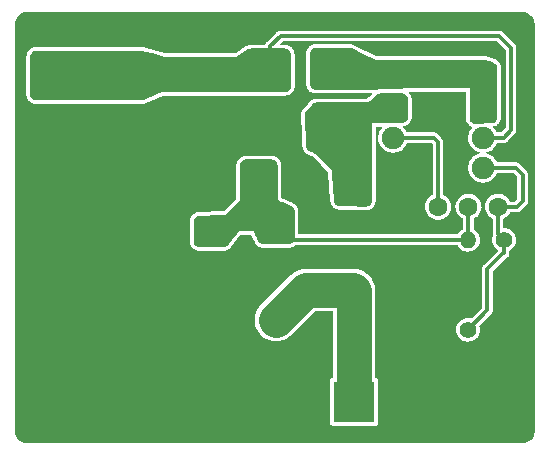
<source format=gbr>
%TF.GenerationSoftware,KiCad,Pcbnew,(6.0.8)*%
%TF.CreationDate,2022-11-19T23:47:37+04:00*%
%TF.ProjectId,MC34063_Buck_Rev4,4d433334-3036-4335-9f42-75636b5f5265,rev?*%
%TF.SameCoordinates,Original*%
%TF.FileFunction,Copper,L2,Bot*%
%TF.FilePolarity,Positive*%
%FSLAX46Y46*%
G04 Gerber Fmt 4.6, Leading zero omitted, Abs format (unit mm)*
G04 Created by KiCad (PCBNEW (6.0.8)) date 2022-11-19 23:47:37*
%MOMM*%
%LPD*%
G01*
G04 APERTURE LIST*
%TA.AperFunction,ComponentPad*%
%ADD10R,2.000000X2.000000*%
%TD*%
%TA.AperFunction,ComponentPad*%
%ADD11C,2.000000*%
%TD*%
%TA.AperFunction,ComponentPad*%
%ADD12C,1.600000*%
%TD*%
%TA.AperFunction,ComponentPad*%
%ADD13R,2.800000X2.800000*%
%TD*%
%TA.AperFunction,ComponentPad*%
%ADD14O,2.800000X2.800000*%
%TD*%
%TA.AperFunction,ComponentPad*%
%ADD15C,2.499360*%
%TD*%
%TA.AperFunction,ComponentPad*%
%ADD16C,1.400000*%
%TD*%
%TA.AperFunction,ComponentPad*%
%ADD17O,1.400000X1.400000*%
%TD*%
%TA.AperFunction,ComponentPad*%
%ADD18C,2.400000*%
%TD*%
%TA.AperFunction,ComponentPad*%
%ADD19O,2.400000X2.400000*%
%TD*%
%TA.AperFunction,ComponentPad*%
%ADD20C,1.905000*%
%TD*%
%TA.AperFunction,ComponentPad*%
%ADD21C,3.500120*%
%TD*%
%TA.AperFunction,ComponentPad*%
%ADD22R,3.500120X3.500120*%
%TD*%
%TA.AperFunction,Conductor*%
%ADD23C,0.300000*%
%TD*%
%TA.AperFunction,Conductor*%
%ADD24C,0.250000*%
%TD*%
%TA.AperFunction,Conductor*%
%ADD25C,3.000000*%
%TD*%
G04 APERTURE END LIST*
D10*
%TO.P,C1,1*%
%TO.N,VCC*%
X125984000Y-81788000D03*
D11*
%TO.P,C1,2*%
%TO.N,GNDREF*%
X125984000Y-86788000D03*
%TD*%
D12*
%TO.P,C2,1*%
%TO.N,Net-(C2-Pad1)*%
X147828000Y-92964000D03*
%TO.P,C2,2*%
%TO.N,GNDREF*%
X145328000Y-92964000D03*
%TD*%
D10*
%TO.P,C3,1*%
%TO.N,Vout1*%
X128524000Y-94996000D03*
D11*
%TO.P,C3,2*%
%TO.N,GNDREF*%
X123524000Y-94996000D03*
%TD*%
D10*
%TO.P,C4,1*%
%TO.N,Vout2*%
X140716000Y-100076000D03*
D11*
%TO.P,C4,2*%
%TO.N,GNDREF*%
X145716000Y-100076000D03*
%TD*%
D13*
%TO.P,D1,1*%
%TO.N,Net-(D1-Pad1)*%
X138684000Y-86360000D03*
D14*
%TO.P,D1,2*%
%TO.N,GNDREF*%
X133604000Y-86360000D03*
%TD*%
D15*
%TO.P,L1,1*%
%TO.N,Net-(D1-Pad1)*%
X140652500Y-90932000D03*
%TO.P,L1,2*%
%TO.N,Vout1*%
X132651500Y-90932000D03*
%TD*%
%TO.P,L2,1*%
%TO.N,Vout1*%
X134112000Y-94551500D03*
%TO.P,L2,2*%
%TO.N,Vout2*%
X134112000Y-102552500D03*
%TD*%
D16*
%TO.P,R1,1*%
%TO.N,Net-(C5-Pad1)*%
X153416000Y-95758000D03*
D17*
%TO.P,R1,2*%
%TO.N,GNDREF*%
X153416000Y-103378000D03*
%TD*%
D18*
%TO.P,R2,1*%
%TO.N,VCC*%
X133604000Y-81280000D03*
D19*
%TO.P,R2,2*%
%TO.N,Net-(R2-Pad2)*%
X138684000Y-81280000D03*
%TD*%
D16*
%TO.P,R3,1*%
%TO.N,Net-(C5-Pad1)*%
X150368000Y-103378000D03*
D17*
%TO.P,R3,2*%
%TO.N,Vout1*%
X150368000Y-95758000D03*
%TD*%
D20*
%TO.P,U1,1*%
%TO.N,Net-(R2-Pad2)*%
X144018000Y-82042000D03*
%TO.P,U1,2*%
%TO.N,Net-(D1-Pad1)*%
X144018000Y-84582000D03*
%TO.P,U1,3*%
%TO.N,Net-(C2-Pad1)*%
X144018000Y-87122000D03*
%TO.P,U1,4*%
%TO.N,GNDREF*%
X144018000Y-89662000D03*
%TO.P,U1,5*%
%TO.N,Net-(C5-Pad1)*%
X151638000Y-89662000D03*
%TO.P,U1,6*%
%TO.N,VCC*%
X151638000Y-87122000D03*
%TO.P,U1,7*%
%TO.N,Net-(R2-Pad2)*%
X151638000Y-84582000D03*
%TO.P,U1,8*%
X151638000Y-82042000D03*
%TD*%
D21*
%TO.P,GND,2*%
%TO.N,GNDREF*%
X115316000Y-88392000D03*
%TD*%
D22*
%TO.P,Vout,3*%
%TO.N,Vout2*%
X140716000Y-109474000D03*
%TD*%
D21*
%TO.P,GND,4*%
%TO.N,GNDREF*%
X147574000Y-109474000D03*
%TD*%
D12*
%TO.P,C5,1*%
%TO.N,Net-(C5-Pad1)*%
X152908000Y-92964000D03*
%TO.P,C5,2*%
%TO.N,Vout1*%
X150408000Y-92964000D03*
%TD*%
D22*
%TO.P,Vin,1*%
%TO.N,VCC*%
X115316000Y-81788000D03*
%TD*%
D23*
%TO.N,VCC*%
X153000000Y-78500000D02*
X134500000Y-78500000D01*
X133604000Y-79396000D02*
X133604000Y-81280000D01*
X151638000Y-87122000D02*
X153378000Y-87122000D01*
X154000000Y-79500000D02*
X153000000Y-78500000D01*
D24*
X133604000Y-79692500D02*
X133604000Y-81280000D01*
D23*
X153378000Y-87122000D02*
X154000000Y-86500000D01*
X154000000Y-86500000D02*
X154000000Y-79500000D01*
X134500000Y-78500000D02*
X133604000Y-79396000D01*
%TO.N,Net-(C2-Pad1)*%
X147828000Y-87503000D02*
X147447000Y-87122000D01*
X147828000Y-92964000D02*
X147828000Y-87503000D01*
X144018000Y-87122000D02*
X147447000Y-87122000D01*
%TO.N,Vout1*%
X135318500Y-95758000D02*
X150368000Y-95758000D01*
X134112000Y-94551500D02*
X135318500Y-95758000D01*
X150408000Y-95718000D02*
X150368000Y-95758000D01*
X150408000Y-92964000D02*
X150408000Y-95718000D01*
D25*
%TO.N,Vout2*%
X140716000Y-100076000D02*
X140716000Y-109474000D01*
X134112000Y-102552500D02*
X136652000Y-100012500D01*
X140652500Y-100012500D02*
X140716000Y-100076000D01*
X136652000Y-100012500D02*
X140652500Y-100012500D01*
D23*
%TO.N,Net-(C5-Pad1)*%
X152944000Y-93000000D02*
X152908000Y-92964000D01*
X155000000Y-92500000D02*
X154500000Y-93000000D01*
X154500000Y-93000000D02*
X152944000Y-93000000D01*
X152000000Y-101746000D02*
X150368000Y-103378000D01*
X153334000Y-96916000D02*
X152000000Y-98250000D01*
X151638000Y-89662000D02*
X154412000Y-89662000D01*
X152000000Y-98250000D02*
X152000000Y-101746000D01*
X155000000Y-90250000D02*
X155000000Y-92500000D01*
X154412000Y-89662000D02*
X155000000Y-90250000D01*
X153416000Y-95758000D02*
X153416000Y-96916000D01*
X152908000Y-92964000D02*
X152908000Y-95250000D01*
X153416000Y-96916000D02*
X153334000Y-96916000D01*
X152908000Y-95250000D02*
X153416000Y-95758000D01*
%TD*%
%TA.AperFunction,Conductor*%
%TO.N,Vout1*%
G36*
X133742182Y-88963919D02*
G01*
X133862018Y-88979695D01*
X133874370Y-88983006D01*
X133983041Y-89028019D01*
X133994115Y-89034412D01*
X134087438Y-89106022D01*
X134096478Y-89115062D01*
X134168087Y-89208383D01*
X134174483Y-89219462D01*
X134219494Y-89328129D01*
X134222805Y-89340484D01*
X134238581Y-89460317D01*
X134239000Y-89466713D01*
X134239000Y-92392500D01*
X134539636Y-92523211D01*
X134539637Y-92523212D01*
X134725091Y-92603844D01*
X135395603Y-92895371D01*
X135401880Y-92898660D01*
X135515637Y-92969223D01*
X135526471Y-92978354D01*
X135612889Y-93075814D01*
X135620657Y-93087663D01*
X135675579Y-93205777D01*
X135679633Y-93219353D01*
X135698985Y-93351798D01*
X135699500Y-93358882D01*
X135699500Y-95635787D01*
X135699081Y-95642183D01*
X135683305Y-95762016D01*
X135679994Y-95774370D01*
X135647880Y-95851902D01*
X135634983Y-95883038D01*
X135628588Y-95894115D01*
X135556978Y-95987438D01*
X135547938Y-95996478D01*
X135454615Y-96068088D01*
X135443541Y-96074481D01*
X135335706Y-96119148D01*
X135334871Y-96119494D01*
X135322518Y-96122805D01*
X135202683Y-96138581D01*
X135196287Y-96139000D01*
X133035771Y-96139000D01*
X133028867Y-96138511D01*
X133018517Y-96137038D01*
X132899713Y-96120130D01*
X132886457Y-96116280D01*
X132770749Y-96064036D01*
X132759091Y-96056638D01*
X132662554Y-95974189D01*
X132653423Y-95963832D01*
X132636661Y-95938316D01*
X132581795Y-95854794D01*
X132578421Y-95848770D01*
X132461000Y-95599250D01*
X132342107Y-95346601D01*
X132342105Y-95346598D01*
X132207000Y-95059500D01*
X130937000Y-95059500D01*
X130786923Y-95256476D01*
X130786921Y-95256478D01*
X130718256Y-95346601D01*
X130111477Y-96143000D01*
X130073360Y-96193028D01*
X130068369Y-96198631D01*
X129966539Y-96296670D01*
X129954301Y-96305281D01*
X129831042Y-96366328D01*
X129816777Y-96370843D01*
X129677085Y-96392425D01*
X129669603Y-96393000D01*
X127630213Y-96393000D01*
X127623817Y-96392581D01*
X127622632Y-96392425D01*
X127503982Y-96376805D01*
X127491629Y-96373494D01*
X127474329Y-96366328D01*
X127382959Y-96328481D01*
X127371885Y-96322088D01*
X127278562Y-96250478D01*
X127269522Y-96241438D01*
X127197912Y-96148115D01*
X127191517Y-96137038D01*
X127182919Y-96116279D01*
X127146506Y-96028370D01*
X127143195Y-96016016D01*
X127139433Y-95987436D01*
X127127419Y-95896182D01*
X127127000Y-95889787D01*
X127127000Y-94218036D01*
X127127585Y-94210486D01*
X127149565Y-94069543D01*
X127154163Y-94055160D01*
X127216291Y-93931041D01*
X127225046Y-93918745D01*
X127322022Y-93819433D01*
X127334108Y-93810386D01*
X127456717Y-93745318D01*
X127470987Y-93740380D01*
X127611360Y-93715054D01*
X127618894Y-93714289D01*
X129389071Y-93672141D01*
X129794000Y-93662500D01*
X129934846Y-93528696D01*
X129934851Y-93528692D01*
X130598039Y-92898663D01*
X130908375Y-92603844D01*
X130908376Y-92603843D01*
X131064000Y-92456000D01*
X131064000Y-89466713D01*
X131064419Y-89460317D01*
X131080195Y-89340484D01*
X131083506Y-89328129D01*
X131128517Y-89219462D01*
X131134913Y-89208383D01*
X131206522Y-89115062D01*
X131215562Y-89106022D01*
X131308885Y-89034412D01*
X131319959Y-89028019D01*
X131428630Y-88983006D01*
X131440982Y-88979695D01*
X131560818Y-88963919D01*
X131567213Y-88963500D01*
X133735787Y-88963500D01*
X133742182Y-88963919D01*
G37*
%TD.AperFunction*%
%TD*%
%TA.AperFunction,Conductor*%
%TO.N,VCC*%
G36*
X134888434Y-79566347D02*
G01*
X134998487Y-79580836D01*
X135023451Y-79587525D01*
X135119957Y-79627499D01*
X135142339Y-79640421D01*
X135225213Y-79704013D01*
X135243487Y-79722287D01*
X135307079Y-79805161D01*
X135320001Y-79827543D01*
X135359975Y-79924049D01*
X135366664Y-79949013D01*
X135381153Y-80059066D01*
X135382000Y-80071988D01*
X135382000Y-82742012D01*
X135381153Y-82754934D01*
X135366664Y-82864987D01*
X135359975Y-82889951D01*
X135320001Y-82986457D01*
X135307079Y-83008839D01*
X135243487Y-83091713D01*
X135225213Y-83109987D01*
X135142339Y-83173579D01*
X135119957Y-83186501D01*
X135023451Y-83226475D01*
X134998487Y-83233164D01*
X134888434Y-83247653D01*
X134875512Y-83248500D01*
X124523500Y-83248500D01*
X124430100Y-83288015D01*
X124430098Y-83288016D01*
X124054318Y-83447000D01*
X122970459Y-83905556D01*
X122961166Y-83908950D01*
X122879970Y-83934082D01*
X122860591Y-83938013D01*
X122805053Y-83943589D01*
X122776011Y-83946505D01*
X122766122Y-83947000D01*
X113790488Y-83947000D01*
X113777566Y-83946153D01*
X113667513Y-83931664D01*
X113642549Y-83924975D01*
X113546043Y-83885001D01*
X113523661Y-83872079D01*
X113440787Y-83808487D01*
X113422513Y-83790213D01*
X113358921Y-83707339D01*
X113345999Y-83684957D01*
X113306025Y-83588451D01*
X113299336Y-83563487D01*
X113284847Y-83453434D01*
X113284000Y-83440512D01*
X113284000Y-80262488D01*
X113284847Y-80249566D01*
X113299336Y-80139513D01*
X113306025Y-80114549D01*
X113345999Y-80018043D01*
X113358921Y-79995661D01*
X113422513Y-79912787D01*
X113440787Y-79894513D01*
X113523661Y-79830921D01*
X113546043Y-79817999D01*
X113642549Y-79778025D01*
X113667513Y-79771336D01*
X113777566Y-79756847D01*
X113790488Y-79756000D01*
X122617421Y-79756000D01*
X122623480Y-79756186D01*
X122675472Y-79759374D01*
X122687502Y-79760855D01*
X122738743Y-79770378D01*
X122744665Y-79771667D01*
X123945952Y-80071988D01*
X124714000Y-80264000D01*
X130746500Y-80264000D01*
X130991056Y-80114549D01*
X131763658Y-79642404D01*
X131775691Y-79636140D01*
X131837987Y-79608959D01*
X131882236Y-79589652D01*
X131908288Y-79582322D01*
X132023451Y-79566429D01*
X132036985Y-79565500D01*
X134875512Y-79565500D01*
X134888434Y-79566347D01*
G37*
%TD.AperFunction*%
%TD*%
%TA.AperFunction,Conductor*%
%TO.N,Net-(R2-Pad2)*%
G36*
X140292148Y-79502598D02*
G01*
X140384947Y-79512844D01*
X140406143Y-79517582D01*
X140494481Y-79547828D01*
X140504560Y-79551911D01*
X141447328Y-79995566D01*
X141461000Y-80002000D01*
X142557500Y-80518000D01*
X151629992Y-80518000D01*
X151636693Y-80518227D01*
X151694177Y-80522127D01*
X151707448Y-80523935D01*
X151763892Y-80535566D01*
X151770404Y-80537140D01*
X152472114Y-80732060D01*
X152484253Y-80736299D01*
X152585744Y-80779319D01*
X152607874Y-80792311D01*
X152689774Y-80855992D01*
X152707822Y-80874240D01*
X152770593Y-80956825D01*
X152783344Y-80979098D01*
X152822779Y-81075047D01*
X152829376Y-81099848D01*
X152843665Y-81209154D01*
X152844500Y-81221987D01*
X152844500Y-85370776D01*
X152843363Y-85385734D01*
X152823956Y-85512701D01*
X152815019Y-85541253D01*
X152761913Y-85649791D01*
X152744855Y-85674369D01*
X152661750Y-85762088D01*
X152638128Y-85780448D01*
X152532615Y-85839334D01*
X152504588Y-85849799D01*
X152416328Y-85868213D01*
X152378854Y-85876031D01*
X152363984Y-85877974D01*
X151028685Y-85950152D01*
X151015295Y-85949968D01*
X150900891Y-85940636D01*
X150874791Y-85934887D01*
X150844945Y-85923918D01*
X150773404Y-85897624D01*
X150749795Y-85885104D01*
X150662073Y-85822082D01*
X150642674Y-85803703D01*
X150575005Y-85719508D01*
X150561227Y-85696605D01*
X150518551Y-85597385D01*
X150511401Y-85571632D01*
X150495906Y-85457894D01*
X150495000Y-85444530D01*
X150495000Y-82938938D01*
X149993418Y-82937277D01*
X149993416Y-82937277D01*
X145712264Y-82923101D01*
X145712244Y-82923101D01*
X145700750Y-82923063D01*
X145689642Y-82923521D01*
X145689620Y-82923522D01*
X144053957Y-82991013D01*
X142968797Y-83035789D01*
X142441285Y-83057555D01*
X142440321Y-83057589D01*
X142431517Y-83057862D01*
X142429495Y-83057904D01*
X142421857Y-83057983D01*
X142420670Y-83057995D01*
X142419657Y-83058000D01*
X137475988Y-83058000D01*
X137463066Y-83057153D01*
X137353013Y-83042664D01*
X137328049Y-83035975D01*
X137231543Y-82996001D01*
X137209161Y-82983079D01*
X137126287Y-82919487D01*
X137108013Y-82901213D01*
X137044421Y-82818339D01*
X137031499Y-82795957D01*
X136991525Y-82699451D01*
X136984836Y-82674487D01*
X136970347Y-82564434D01*
X136969500Y-82551512D01*
X136969500Y-80008488D01*
X136970347Y-79995566D01*
X136984836Y-79885513D01*
X136991525Y-79860549D01*
X137031499Y-79764043D01*
X137044421Y-79741661D01*
X137108013Y-79658787D01*
X137126287Y-79640513D01*
X137209161Y-79576921D01*
X137231543Y-79563999D01*
X137328049Y-79524025D01*
X137353013Y-79517336D01*
X137463066Y-79502847D01*
X137475988Y-79502000D01*
X140281284Y-79502000D01*
X140292148Y-79502598D01*
G37*
%TD.AperFunction*%
%TD*%
%TA.AperFunction,Conductor*%
%TO.N,GNDREF*%
G36*
X155002396Y-76500236D02*
G01*
X155190287Y-76518742D01*
X155199708Y-76520616D01*
X155378066Y-76574720D01*
X155386940Y-76578396D01*
X155551311Y-76666254D01*
X155559298Y-76671590D01*
X155703376Y-76789831D01*
X155710169Y-76796624D01*
X155828410Y-76940702D01*
X155833746Y-76948689D01*
X155921604Y-77113060D01*
X155925280Y-77121934D01*
X155979384Y-77300292D01*
X155981258Y-77309713D01*
X155999764Y-77497604D01*
X156000000Y-77502407D01*
X156000000Y-111997593D01*
X155999764Y-112002396D01*
X155981258Y-112190287D01*
X155979384Y-112199708D01*
X155925280Y-112378066D01*
X155921604Y-112386940D01*
X155833746Y-112551311D01*
X155828410Y-112559298D01*
X155710169Y-112703376D01*
X155703376Y-112710169D01*
X155559298Y-112828410D01*
X155551311Y-112833746D01*
X155386940Y-112921604D01*
X155378066Y-112925280D01*
X155199708Y-112979384D01*
X155190287Y-112981258D01*
X155002396Y-112999764D01*
X154997593Y-113000000D01*
X113002407Y-113000000D01*
X112997604Y-112999764D01*
X112809713Y-112981258D01*
X112800292Y-112979384D01*
X112621934Y-112925280D01*
X112613060Y-112921604D01*
X112448689Y-112833746D01*
X112440702Y-112828410D01*
X112296624Y-112710169D01*
X112289831Y-112703376D01*
X112171590Y-112559298D01*
X112166254Y-112551311D01*
X112078396Y-112386940D01*
X112074720Y-112378066D01*
X112020616Y-112199708D01*
X112018742Y-112190287D01*
X112000236Y-112002396D01*
X112000000Y-111997593D01*
X112000000Y-102473743D01*
X132308170Y-102473743D01*
X132308225Y-102475553D01*
X132308225Y-102475559D01*
X132316286Y-102739407D01*
X132316342Y-102741231D01*
X132316665Y-102743020D01*
X132316666Y-102743025D01*
X132359493Y-102979858D01*
X132363962Y-103004574D01*
X132449983Y-103257984D01*
X132572516Y-103495897D01*
X132728869Y-103713084D01*
X132915607Y-103904776D01*
X133128628Y-104066761D01*
X133363251Y-104195480D01*
X133364952Y-104196108D01*
X133364953Y-104196108D01*
X133612612Y-104287475D01*
X133612615Y-104287476D01*
X133614323Y-104288106D01*
X133876329Y-104342602D01*
X134143511Y-104357774D01*
X134145327Y-104357607D01*
X134145333Y-104357607D01*
X134408184Y-104333454D01*
X134408185Y-104333454D01*
X134410001Y-104333287D01*
X134593124Y-104288477D01*
X134668189Y-104270109D01*
X134668193Y-104270108D01*
X134669945Y-104269679D01*
X134917632Y-104168348D01*
X135147621Y-104031519D01*
X135320616Y-103890176D01*
X137383439Y-101827352D01*
X137418087Y-101813000D01*
X138866500Y-101813000D01*
X138901148Y-101827352D01*
X138915500Y-101862000D01*
X138915500Y-107385643D01*
X138901148Y-107420291D01*
X138886392Y-107430423D01*
X138886116Y-107430546D01*
X138796922Y-107470164D01*
X138796921Y-107470165D01*
X138792787Y-107472001D01*
X138789592Y-107475202D01*
X138789590Y-107475203D01*
X138753353Y-107511503D01*
X138713699Y-107551227D01*
X138668434Y-107653613D01*
X138665440Y-107679294D01*
X138665440Y-111268706D01*
X138668558Y-111294906D01*
X138670048Y-111298261D01*
X138670049Y-111298264D01*
X138711967Y-111392634D01*
X138714001Y-111397213D01*
X138717202Y-111400408D01*
X138717203Y-111400410D01*
X138753503Y-111436647D01*
X138793227Y-111476301D01*
X138895613Y-111521566D01*
X138899269Y-111521992D01*
X138899272Y-111521993D01*
X138908664Y-111523088D01*
X138921294Y-111524560D01*
X142510706Y-111524560D01*
X142512131Y-111524390D01*
X142512138Y-111524390D01*
X142533260Y-111521876D01*
X142533261Y-111521876D01*
X142536906Y-111521442D01*
X142540261Y-111519952D01*
X142540264Y-111519951D01*
X142635078Y-111477836D01*
X142635079Y-111477835D01*
X142639213Y-111475999D01*
X142642408Y-111472798D01*
X142642410Y-111472797D01*
X142714670Y-111400410D01*
X142718301Y-111396773D01*
X142763566Y-111294387D01*
X142766560Y-111268706D01*
X142766560Y-107679294D01*
X142763442Y-107653094D01*
X142761952Y-107649739D01*
X142761951Y-107649736D01*
X142719836Y-107554922D01*
X142719835Y-107554921D01*
X142717999Y-107550787D01*
X142714798Y-107547592D01*
X142714797Y-107547590D01*
X142642283Y-107475203D01*
X142638773Y-107471699D01*
X142545686Y-107430545D01*
X142519801Y-107403410D01*
X142516500Y-107385730D01*
X142516500Y-100129953D01*
X142516579Y-100127175D01*
X142521170Y-100046315D01*
X142521274Y-100044490D01*
X142510508Y-99927318D01*
X142510439Y-99926493D01*
X142501852Y-99810939D01*
X142501852Y-99810938D01*
X142501717Y-99809123D01*
X142498939Y-99796845D01*
X142497938Y-99790522D01*
X142496953Y-99779807D01*
X142496787Y-99777999D01*
X142468824Y-99663721D01*
X142468628Y-99662890D01*
X142443053Y-99549869D01*
X142442655Y-99548109D01*
X142442003Y-99546432D01*
X142441998Y-99546416D01*
X142438096Y-99536382D01*
X142436170Y-99530274D01*
X142433611Y-99519819D01*
X142433610Y-99519815D01*
X142433179Y-99518055D01*
X142388592Y-99409070D01*
X142388286Y-99408299D01*
X142346322Y-99300389D01*
X142345662Y-99298691D01*
X142339414Y-99287759D01*
X142336617Y-99282024D01*
X142331848Y-99270368D01*
X142271687Y-99169245D01*
X142271256Y-99168507D01*
X142213768Y-99067925D01*
X142212868Y-99066350D01*
X142205080Y-99056470D01*
X142201458Y-99051200D01*
X142195950Y-99041942D01*
X142195020Y-99040379D01*
X142120557Y-98949242D01*
X142120024Y-98948578D01*
X142048313Y-98857612D01*
X142048304Y-98857603D01*
X142047190Y-98856189D01*
X141968315Y-98781990D01*
X141967246Y-98780953D01*
X141963795Y-98777503D01*
X141961881Y-98775478D01*
X141907953Y-98715056D01*
X141906740Y-98713697D01*
X141869384Y-98682628D01*
X141816301Y-98638480D01*
X141815648Y-98637928D01*
X141727862Y-98562286D01*
X141727861Y-98562285D01*
X141726482Y-98561097D01*
X141724941Y-98560125D01*
X141724932Y-98560118D01*
X141715838Y-98554380D01*
X141710660Y-98550619D01*
X141700988Y-98542575D01*
X141669417Y-98523417D01*
X141600397Y-98481535D01*
X141599670Y-98481085D01*
X141529170Y-98436603D01*
X141500154Y-98418295D01*
X141488642Y-98413230D01*
X141482954Y-98410269D01*
X141473750Y-98404683D01*
X141473746Y-98404681D01*
X141472202Y-98403744D01*
X141470533Y-98403044D01*
X141363691Y-98358241D01*
X141362905Y-98357903D01*
X141292423Y-98326890D01*
X141255205Y-98310514D01*
X141253447Y-98310035D01*
X141253442Y-98310033D01*
X141243064Y-98307204D01*
X141237003Y-98305117D01*
X141225409Y-98300255D01*
X141223645Y-98299807D01*
X141223639Y-98299805D01*
X141137287Y-98277875D01*
X141111406Y-98271302D01*
X141110610Y-98271094D01*
X141068749Y-98259681D01*
X140998770Y-98240602D01*
X140998764Y-98240601D01*
X140997015Y-98240124D01*
X140989906Y-98239282D01*
X140984522Y-98238645D01*
X140978225Y-98237478D01*
X140966030Y-98234381D01*
X140918151Y-98229560D01*
X140848943Y-98222591D01*
X140848093Y-98222498D01*
X140786094Y-98215160D01*
X140731257Y-98208670D01*
X140729447Y-98208725D01*
X140729441Y-98208725D01*
X140623012Y-98211977D01*
X140621516Y-98212000D01*
X136705947Y-98212000D01*
X136703169Y-98211921D01*
X136700691Y-98211780D01*
X136620489Y-98207226D01*
X136618673Y-98207393D01*
X136618667Y-98207393D01*
X136534608Y-98215117D01*
X136503324Y-98217991D01*
X136502508Y-98218060D01*
X136450133Y-98221952D01*
X136386937Y-98226648D01*
X136386934Y-98226648D01*
X136385123Y-98226783D01*
X136383350Y-98227184D01*
X136383351Y-98227184D01*
X136372849Y-98229560D01*
X136366520Y-98230562D01*
X136353999Y-98231713D01*
X136352231Y-98232146D01*
X136352229Y-98232146D01*
X136239703Y-98259681D01*
X136238870Y-98259877D01*
X136125872Y-98285446D01*
X136124109Y-98285845D01*
X136122427Y-98286499D01*
X136122414Y-98286503D01*
X136112388Y-98290402D01*
X136106276Y-98292330D01*
X136095818Y-98294889D01*
X136095814Y-98294890D01*
X136094054Y-98295321D01*
X135985092Y-98339898D01*
X135984304Y-98340211D01*
X135874691Y-98382838D01*
X135863762Y-98389085D01*
X135858014Y-98391887D01*
X135848060Y-98395959D01*
X135848055Y-98395961D01*
X135846367Y-98396652D01*
X135844804Y-98397582D01*
X135745201Y-98456840D01*
X135744483Y-98457259D01*
X135642350Y-98515632D01*
X135640926Y-98516755D01*
X135640924Y-98516756D01*
X135632475Y-98523417D01*
X135627192Y-98527048D01*
X135616379Y-98533481D01*
X135592893Y-98552670D01*
X135525281Y-98607912D01*
X135524617Y-98608446D01*
X135432189Y-98681310D01*
X135430950Y-98682627D01*
X135430949Y-98682628D01*
X135357968Y-98760209D01*
X135356926Y-98761283D01*
X132790811Y-101327398D01*
X132660597Y-101478518D01*
X132659627Y-101480055D01*
X132659625Y-101480058D01*
X132521063Y-101699667D01*
X132517795Y-101704846D01*
X132410014Y-101949795D01*
X132339624Y-102207985D01*
X132308170Y-102473743D01*
X112000000Y-102473743D01*
X112000000Y-95889787D01*
X126821500Y-95889787D01*
X126822154Y-95909761D01*
X126822573Y-95916156D01*
X126824532Y-95936057D01*
X126840308Y-96055891D01*
X126848109Y-96095102D01*
X126851420Y-96107456D01*
X126864260Y-96145278D01*
X126909271Y-96253946D01*
X126926943Y-96289782D01*
X126933338Y-96300859D01*
X126933771Y-96301506D01*
X126933779Y-96301520D01*
X126947141Y-96321518D01*
X126955543Y-96334093D01*
X126958166Y-96337511D01*
X127025911Y-96425797D01*
X127027153Y-96427416D01*
X127027669Y-96428005D01*
X127027672Y-96428008D01*
X127042136Y-96444500D01*
X127053501Y-96457459D01*
X127062541Y-96466499D01*
X127092584Y-96492847D01*
X127093207Y-96493325D01*
X127093213Y-96493330D01*
X127123733Y-96516749D01*
X127185907Y-96564457D01*
X127219145Y-96586665D01*
X127219826Y-96587058D01*
X127219837Y-96587065D01*
X127228230Y-96591910D01*
X127230219Y-96593058D01*
X127230958Y-96593423D01*
X127230961Y-96593424D01*
X127265321Y-96610368D01*
X127265333Y-96610374D01*
X127266048Y-96610726D01*
X127266785Y-96611031D01*
X127266791Y-96611034D01*
X127286054Y-96619013D01*
X127374718Y-96655739D01*
X127388808Y-96660522D01*
X127411784Y-96668323D01*
X127411801Y-96668328D01*
X127412537Y-96668578D01*
X127413298Y-96668782D01*
X127413308Y-96668785D01*
X127424109Y-96671680D01*
X127424119Y-96671682D01*
X127424890Y-96671889D01*
X127425665Y-96672043D01*
X127425677Y-96672046D01*
X127456041Y-96678087D01*
X127464108Y-96679692D01*
X127464893Y-96679795D01*
X127464903Y-96679797D01*
X127521830Y-96687291D01*
X127583943Y-96695468D01*
X127603847Y-96697428D01*
X127606781Y-96697620D01*
X127609808Y-96697819D01*
X127609838Y-96697820D01*
X127610243Y-96697847D01*
X127610659Y-96697861D01*
X127610667Y-96697861D01*
X127617689Y-96698090D01*
X127630213Y-96698500D01*
X129669603Y-96698500D01*
X129671198Y-96698439D01*
X129692547Y-96697620D01*
X129692556Y-96697620D01*
X129693012Y-96697602D01*
X129693448Y-96697568D01*
X129693474Y-96697567D01*
X129700030Y-96697063D01*
X129700047Y-96697061D01*
X129700494Y-96697027D01*
X129723730Y-96694343D01*
X129724180Y-96694274D01*
X129724191Y-96694272D01*
X129862497Y-96672904D01*
X129862499Y-96672904D01*
X129863422Y-96672761D01*
X129908963Y-96662102D01*
X129909851Y-96661821D01*
X129909858Y-96661819D01*
X129916723Y-96659646D01*
X129923228Y-96657587D01*
X129924099Y-96657236D01*
X129924107Y-96657233D01*
X129965757Y-96640443D01*
X129965759Y-96640442D01*
X129966630Y-96640091D01*
X130089889Y-96579044D01*
X130090693Y-96578566D01*
X130129301Y-96555607D01*
X130129313Y-96555599D01*
X130130102Y-96555130D01*
X130130856Y-96554600D01*
X130130866Y-96554593D01*
X130141572Y-96547060D01*
X130141582Y-96547052D01*
X130142340Y-96546519D01*
X130178425Y-96516749D01*
X130203251Y-96492847D01*
X130279926Y-96419027D01*
X130279932Y-96419021D01*
X130280255Y-96418710D01*
X130296489Y-96401834D01*
X130301480Y-96396231D01*
X130302479Y-96395019D01*
X130316084Y-96378514D01*
X130316090Y-96378506D01*
X130316364Y-96378174D01*
X131073598Y-95384304D01*
X131106012Y-95365441D01*
X131112574Y-95365000D01*
X131982032Y-95365000D01*
X132016680Y-95379352D01*
X132026368Y-95393136D01*
X132098632Y-95546697D01*
X132301999Y-95978851D01*
X132311881Y-95998057D01*
X132315255Y-96004081D01*
X132326460Y-96022526D01*
X132398088Y-96131564D01*
X132424265Y-96165864D01*
X132424839Y-96166516D01*
X132424848Y-96166526D01*
X132425186Y-96166909D01*
X132433396Y-96176221D01*
X132434004Y-96176819D01*
X132434012Y-96176828D01*
X132448773Y-96191358D01*
X132464150Y-96206495D01*
X132560687Y-96288944D01*
X132561383Y-96289458D01*
X132590424Y-96310907D01*
X132595402Y-96314584D01*
X132607060Y-96321982D01*
X132607835Y-96322400D01*
X132644266Y-96342057D01*
X132644273Y-96342060D01*
X132645032Y-96342470D01*
X132760740Y-96394714D01*
X132761558Y-96395016D01*
X132761566Y-96395019D01*
X132777975Y-96401072D01*
X132801250Y-96409657D01*
X132814506Y-96413507D01*
X132815334Y-96413685D01*
X132815341Y-96413687D01*
X132843397Y-96419725D01*
X132856668Y-96422582D01*
X132985822Y-96440963D01*
X133007283Y-96443248D01*
X133007688Y-96443277D01*
X133007714Y-96443279D01*
X133013513Y-96443689D01*
X133014187Y-96443737D01*
X133014595Y-96443751D01*
X133014606Y-96443752D01*
X133021530Y-96443997D01*
X133035771Y-96444500D01*
X135196287Y-96444500D01*
X135208811Y-96444090D01*
X135215833Y-96443861D01*
X135215841Y-96443861D01*
X135216257Y-96443847D01*
X135216662Y-96443820D01*
X135216692Y-96443819D01*
X135219719Y-96443620D01*
X135222653Y-96443428D01*
X135242557Y-96441468D01*
X135304670Y-96433291D01*
X135361597Y-96425797D01*
X135361607Y-96425795D01*
X135362392Y-96425692D01*
X135377410Y-96422704D01*
X135400823Y-96418046D01*
X135400835Y-96418043D01*
X135401610Y-96417889D01*
X135402381Y-96417682D01*
X135402391Y-96417680D01*
X135413192Y-96414785D01*
X135413202Y-96414782D01*
X135413963Y-96414578D01*
X135414699Y-96414328D01*
X135414716Y-96414323D01*
X135437692Y-96406522D01*
X135451782Y-96401739D01*
X135509554Y-96377809D01*
X135559709Y-96357034D01*
X135559715Y-96357031D01*
X135560452Y-96356726D01*
X135561167Y-96356374D01*
X135561179Y-96356368D01*
X135595539Y-96339424D01*
X135595542Y-96339423D01*
X135596281Y-96339058D01*
X135602585Y-96335419D01*
X135606663Y-96333065D01*
X135606674Y-96333058D01*
X135607355Y-96332665D01*
X135640593Y-96310457D01*
X135714239Y-96253946D01*
X135733287Y-96239330D01*
X135733293Y-96239325D01*
X135733916Y-96238847D01*
X135734523Y-96238315D01*
X135754655Y-96220660D01*
X135786963Y-96208500D01*
X149444673Y-96208500D01*
X149479321Y-96222852D01*
X149488254Y-96235102D01*
X149516189Y-96289458D01*
X149522944Y-96302601D01*
X149524430Y-96304476D01*
X149524432Y-96304479D01*
X149630472Y-96438269D01*
X149644818Y-96456369D01*
X149646644Y-96457923D01*
X149646645Y-96457924D01*
X149789449Y-96579459D01*
X149794238Y-96583535D01*
X149965513Y-96679257D01*
X149985315Y-96685691D01*
X150149836Y-96739148D01*
X150149840Y-96739149D01*
X150152118Y-96739889D01*
X150346946Y-96763121D01*
X150542576Y-96748068D01*
X150731556Y-96695303D01*
X150733685Y-96694228D01*
X150733689Y-96694226D01*
X150845408Y-96637792D01*
X150906689Y-96606837D01*
X151051972Y-96493330D01*
X151059414Y-96487516D01*
X151059415Y-96487515D01*
X151061303Y-96486040D01*
X151062871Y-96484224D01*
X151187938Y-96339332D01*
X151187942Y-96339327D01*
X151189509Y-96337511D01*
X151286425Y-96166909D01*
X151306203Y-96107456D01*
X151340718Y-96003698D01*
X151348358Y-95980732D01*
X151372949Y-95786071D01*
X151373341Y-95758000D01*
X151354194Y-95562728D01*
X151305660Y-95401974D01*
X151298178Y-95377191D01*
X151298176Y-95377186D01*
X151297484Y-95374894D01*
X151205370Y-95201653D01*
X151081361Y-95049602D01*
X150930180Y-94924535D01*
X150884193Y-94899670D01*
X150860542Y-94870567D01*
X150858500Y-94856568D01*
X150858500Y-94001840D01*
X150872852Y-93967192D01*
X150883558Y-93959088D01*
X151032039Y-93875936D01*
X151032041Y-93875935D01*
X151034001Y-93874837D01*
X151096433Y-93822913D01*
X151187782Y-93746938D01*
X151189505Y-93745505D01*
X151242505Y-93681780D01*
X151317401Y-93591728D01*
X151317403Y-93591726D01*
X151318837Y-93590001D01*
X151332063Y-93566385D01*
X151416568Y-93415488D01*
X151417664Y-93413531D01*
X151470116Y-93259014D01*
X151481957Y-93224132D01*
X151481958Y-93224129D01*
X151482678Y-93222007D01*
X151501218Y-93094135D01*
X151511493Y-93023272D01*
X151511493Y-93023266D01*
X151511700Y-93021842D01*
X151513215Y-92964000D01*
X151512817Y-92959662D01*
X151504318Y-92867178D01*
X151494708Y-92762591D01*
X151439807Y-92567926D01*
X151427617Y-92543206D01*
X151383461Y-92453668D01*
X151350351Y-92386527D01*
X151229335Y-92224467D01*
X151227681Y-92222938D01*
X151082463Y-92088700D01*
X151082462Y-92088699D01*
X151080812Y-92087174D01*
X151055722Y-92071343D01*
X151036979Y-92059517D01*
X150909757Y-91979246D01*
X150888895Y-91970923D01*
X150723984Y-91905130D01*
X150723982Y-91905129D01*
X150721898Y-91904298D01*
X150719697Y-91903860D01*
X150719693Y-91903859D01*
X150525730Y-91865277D01*
X150525726Y-91865277D01*
X150523526Y-91864839D01*
X150430704Y-91863624D01*
X150323534Y-91862221D01*
X150323529Y-91862221D01*
X150321286Y-91862192D01*
X150319069Y-91862573D01*
X150319068Y-91862573D01*
X150305881Y-91864839D01*
X150121949Y-91896444D01*
X150119845Y-91897220D01*
X150119842Y-91897221D01*
X149934301Y-91965671D01*
X149934298Y-91965672D01*
X149932193Y-91966449D01*
X149930265Y-91967596D01*
X149930263Y-91967597D01*
X149760301Y-92068713D01*
X149760295Y-92068717D01*
X149758371Y-92069862D01*
X149756683Y-92071342D01*
X149756682Y-92071343D01*
X149655504Y-92160074D01*
X149606305Y-92203220D01*
X149604920Y-92204977D01*
X149604917Y-92204980D01*
X149508135Y-92327749D01*
X149481089Y-92362057D01*
X149480043Y-92364045D01*
X149402943Y-92510588D01*
X149386914Y-92541053D01*
X149386247Y-92543201D01*
X149386245Y-92543206D01*
X149334431Y-92710077D01*
X149326937Y-92734213D01*
X149326672Y-92736452D01*
X149304928Y-92920168D01*
X149303164Y-92935069D01*
X149303311Y-92937311D01*
X149316125Y-93132814D01*
X149316392Y-93136894D01*
X149366178Y-93332928D01*
X149450856Y-93516607D01*
X149567588Y-93681780D01*
X149569192Y-93683343D01*
X149569195Y-93683346D01*
X149591047Y-93704633D01*
X149712466Y-93822913D01*
X149880637Y-93935282D01*
X149927844Y-93955564D01*
X149954012Y-93982427D01*
X149957500Y-94000584D01*
X149957500Y-94813907D01*
X149943148Y-94848555D01*
X149931202Y-94857331D01*
X149819629Y-94915660D01*
X149817512Y-94916767D01*
X149664600Y-95039711D01*
X149663057Y-95041550D01*
X149540020Y-95188180D01*
X149540017Y-95188184D01*
X149538480Y-95190016D01*
X149495656Y-95267912D01*
X149487853Y-95282106D01*
X149458585Y-95305554D01*
X149444914Y-95307500D01*
X136054000Y-95307500D01*
X136019352Y-95293148D01*
X136005000Y-95258500D01*
X136005000Y-93358882D01*
X136004196Y-93336731D01*
X136003681Y-93329647D01*
X136001275Y-93307629D01*
X135997948Y-93284854D01*
X135983677Y-93187190D01*
X135981923Y-93175184D01*
X135972360Y-93131940D01*
X135968306Y-93118364D01*
X135952596Y-93076967D01*
X135897674Y-92958853D01*
X135876148Y-92920168D01*
X135875672Y-92919442D01*
X135875666Y-92919432D01*
X135868864Y-92909057D01*
X135868862Y-92909054D01*
X135868380Y-92908319D01*
X135841471Y-92873130D01*
X135836193Y-92867178D01*
X135755641Y-92776333D01*
X135755639Y-92776331D01*
X135755053Y-92775670D01*
X135754428Y-92775061D01*
X135754418Y-92775050D01*
X135723985Y-92745373D01*
X135723981Y-92745370D01*
X135723351Y-92744755D01*
X135712517Y-92735624D01*
X135676673Y-92709612D01*
X135665067Y-92702413D01*
X135563300Y-92639287D01*
X135563292Y-92639282D01*
X135562916Y-92639049D01*
X135543670Y-92628057D01*
X135537393Y-92624768D01*
X135523461Y-92618100D01*
X135517774Y-92615378D01*
X135517761Y-92615372D01*
X135517414Y-92615206D01*
X135517049Y-92615047D01*
X135517033Y-92615040D01*
X134987305Y-92384724D01*
X134573961Y-92205009D01*
X134547910Y-92178034D01*
X134544500Y-92160074D01*
X134544500Y-89466713D01*
X134543847Y-89446743D01*
X134543428Y-89440347D01*
X134541468Y-89420442D01*
X134525692Y-89300609D01*
X134517892Y-89261404D01*
X134514581Y-89249049D01*
X134501740Y-89211220D01*
X134456729Y-89102553D01*
X134439059Y-89066720D01*
X134432663Y-89055641D01*
X134410455Y-89022404D01*
X134338846Y-88929083D01*
X134312499Y-88899041D01*
X134303459Y-88890001D01*
X134273416Y-88863653D01*
X134262492Y-88855270D01*
X134180738Y-88792538D01*
X134180093Y-88792043D01*
X134146855Y-88769835D01*
X134146174Y-88769442D01*
X134146163Y-88769435D01*
X134136498Y-88763856D01*
X134135781Y-88763442D01*
X134135039Y-88763076D01*
X134100688Y-88746137D01*
X134100678Y-88746132D01*
X134099951Y-88745774D01*
X133991280Y-88700761D01*
X133980933Y-88697248D01*
X133954211Y-88688175D01*
X133954204Y-88688173D01*
X133953468Y-88687923D01*
X133944352Y-88685480D01*
X133941900Y-88684822D01*
X133941896Y-88684821D01*
X133941116Y-88684612D01*
X133901892Y-88676808D01*
X133901107Y-88676705D01*
X133901097Y-88676703D01*
X133846094Y-88669462D01*
X133782056Y-88661032D01*
X133762156Y-88659073D01*
X133761755Y-88659047D01*
X133761734Y-88659045D01*
X133758714Y-88658847D01*
X133755761Y-88658654D01*
X133735787Y-88658000D01*
X131567213Y-88658000D01*
X131547239Y-88658654D01*
X131544286Y-88658847D01*
X131541266Y-88659045D01*
X131541245Y-88659047D01*
X131540844Y-88659073D01*
X131520944Y-88661032D01*
X131456906Y-88669462D01*
X131401903Y-88676703D01*
X131401893Y-88676705D01*
X131401108Y-88676808D01*
X131361884Y-88684612D01*
X131361104Y-88684821D01*
X131361100Y-88684822D01*
X131358648Y-88685480D01*
X131349532Y-88687923D01*
X131348796Y-88688173D01*
X131348789Y-88688175D01*
X131322067Y-88697248D01*
X131311720Y-88700761D01*
X131203049Y-88745774D01*
X131202322Y-88746132D01*
X131202312Y-88746137D01*
X131167961Y-88763076D01*
X131167219Y-88763442D01*
X131166502Y-88763856D01*
X131156837Y-88769435D01*
X131156826Y-88769442D01*
X131156145Y-88769835D01*
X131122907Y-88792043D01*
X131122262Y-88792538D01*
X131040509Y-88855270D01*
X131029584Y-88863653D01*
X130999541Y-88890001D01*
X130990501Y-88899041D01*
X130964154Y-88929083D01*
X130892545Y-89022404D01*
X130870337Y-89055641D01*
X130863941Y-89066720D01*
X130846271Y-89102553D01*
X130801260Y-89211220D01*
X130788419Y-89249049D01*
X130785108Y-89261404D01*
X130777308Y-89300609D01*
X130761532Y-89420442D01*
X130759572Y-89440347D01*
X130759153Y-89446743D01*
X130758500Y-89466713D01*
X130758500Y-92303809D01*
X130743249Y-92339334D01*
X130091932Y-92958086D01*
X129692906Y-93337161D01*
X129682675Y-93346880D01*
X129650093Y-93360341D01*
X127611622Y-93408876D01*
X127611144Y-93408906D01*
X127611142Y-93408906D01*
X127588521Y-93410321D01*
X127588500Y-93410323D01*
X127588032Y-93410352D01*
X127587564Y-93410400D01*
X127587546Y-93410401D01*
X127580996Y-93411066D01*
X127580974Y-93411069D01*
X127580498Y-93411117D01*
X127580034Y-93411182D01*
X127580020Y-93411184D01*
X127563348Y-93413531D01*
X127557118Y-93414408D01*
X127551132Y-93415488D01*
X127417702Y-93439561D01*
X127417694Y-93439563D01*
X127416745Y-93439734D01*
X127415815Y-93439977D01*
X127415807Y-93439979D01*
X127375584Y-93450500D01*
X127371084Y-93451677D01*
X127356814Y-93456615D01*
X127335160Y-93466040D01*
X127314363Y-93475091D01*
X127314354Y-93475095D01*
X127313507Y-93475464D01*
X127190898Y-93540532D01*
X127151035Y-93565816D01*
X127150275Y-93566385D01*
X127139703Y-93574298D01*
X127139693Y-93574306D01*
X127138949Y-93574863D01*
X127138249Y-93575477D01*
X127138239Y-93575485D01*
X127121687Y-93590001D01*
X127103446Y-93605998D01*
X127006470Y-93705310D01*
X126976184Y-93741550D01*
X126967429Y-93753846D01*
X126966948Y-93754646D01*
X126966942Y-93754655D01*
X126947408Y-93787140D01*
X126943104Y-93794297D01*
X126942682Y-93795140D01*
X126942676Y-93795151D01*
X126928780Y-93822913D01*
X126880976Y-93918416D01*
X126863171Y-93962135D01*
X126862885Y-93963028D01*
X126862883Y-93963035D01*
X126858861Y-93975617D01*
X126858573Y-93976518D01*
X126858360Y-93977421D01*
X126858356Y-93977434D01*
X126852886Y-94000584D01*
X126847714Y-94022469D01*
X126847571Y-94023386D01*
X126847570Y-94023391D01*
X126841898Y-94059760D01*
X126825734Y-94163412D01*
X126822998Y-94186886D01*
X126822413Y-94194436D01*
X126821500Y-94218036D01*
X126821500Y-95889787D01*
X112000000Y-95889787D01*
X112000000Y-83440512D01*
X112978500Y-83440512D01*
X112979154Y-83460494D01*
X112980001Y-83473416D01*
X112981961Y-83493310D01*
X112984661Y-83513817D01*
X112996346Y-83602577D01*
X112996349Y-83602592D01*
X112996450Y-83603363D01*
X113004245Y-83642555D01*
X113010934Y-83667519D01*
X113011195Y-83668287D01*
X113011195Y-83668288D01*
X113023517Y-83704588D01*
X113023523Y-83704604D01*
X113023780Y-83705361D01*
X113063754Y-83801867D01*
X113081427Y-83837705D01*
X113094349Y-83860087D01*
X113094789Y-83860745D01*
X113094793Y-83860752D01*
X113109239Y-83882372D01*
X113116552Y-83893317D01*
X113180144Y-83976191D01*
X113180667Y-83976787D01*
X113180670Y-83976791D01*
X113191678Y-83989343D01*
X113206492Y-84006234D01*
X113224766Y-84024508D01*
X113254809Y-84050856D01*
X113337683Y-84114448D01*
X113370913Y-84136651D01*
X113393295Y-84149573D01*
X113429133Y-84167246D01*
X113525639Y-84207220D01*
X113526396Y-84207477D01*
X113526412Y-84207483D01*
X113562712Y-84219805D01*
X113563481Y-84220066D01*
X113564265Y-84220276D01*
X113587668Y-84226547D01*
X113587674Y-84226548D01*
X113588445Y-84226755D01*
X113619029Y-84232838D01*
X113626862Y-84234396D01*
X113626866Y-84234397D01*
X113627637Y-84234550D01*
X113628408Y-84234651D01*
X113628423Y-84234654D01*
X113694166Y-84243309D01*
X113737690Y-84249039D01*
X113757584Y-84250999D01*
X113757954Y-84251023D01*
X113757963Y-84251024D01*
X113770078Y-84251818D01*
X113770081Y-84251818D01*
X113770506Y-84251846D01*
X113770908Y-84251859D01*
X113770925Y-84251860D01*
X113779980Y-84252156D01*
X113790488Y-84252500D01*
X122766122Y-84252500D01*
X122781395Y-84252118D01*
X122781623Y-84252107D01*
X122781639Y-84252106D01*
X122791005Y-84251637D01*
X122791008Y-84251637D01*
X122791284Y-84251623D01*
X122791565Y-84251602D01*
X122791579Y-84251601D01*
X122806238Y-84250499D01*
X122806242Y-84250499D01*
X122806530Y-84250477D01*
X122806788Y-84250451D01*
X122806812Y-84250449D01*
X122864050Y-84244702D01*
X122891110Y-84241985D01*
X122921324Y-84237415D01*
X122921890Y-84237300D01*
X122921908Y-84237297D01*
X122940097Y-84233607D01*
X122940100Y-84233606D01*
X122940703Y-84233484D01*
X122941284Y-84233336D01*
X122941304Y-84233331D01*
X122969695Y-84226077D01*
X122969701Y-84226075D01*
X122970301Y-84225922D01*
X122989221Y-84220066D01*
X123031731Y-84206908D01*
X123051497Y-84200790D01*
X123051698Y-84200722D01*
X123051733Y-84200711D01*
X123065730Y-84195992D01*
X123065736Y-84195990D01*
X123065970Y-84195911D01*
X123075263Y-84192517D01*
X123089494Y-84186911D01*
X123089796Y-84186783D01*
X123089826Y-84186771D01*
X124576311Y-83557873D01*
X124595403Y-83554000D01*
X134875512Y-83554000D01*
X134886020Y-83553656D01*
X134895075Y-83553360D01*
X134895092Y-83553359D01*
X134895494Y-83553346D01*
X134895919Y-83553318D01*
X134895922Y-83553318D01*
X134908037Y-83552524D01*
X134908046Y-83552523D01*
X134908416Y-83552499D01*
X134928310Y-83550539D01*
X134971834Y-83544809D01*
X135037577Y-83536154D01*
X135037592Y-83536151D01*
X135038363Y-83536050D01*
X135039134Y-83535897D01*
X135039138Y-83535896D01*
X135046971Y-83534338D01*
X135077555Y-83528255D01*
X135078326Y-83528048D01*
X135078332Y-83528047D01*
X135101735Y-83521776D01*
X135102519Y-83521566D01*
X135103288Y-83521305D01*
X135139588Y-83508983D01*
X135139604Y-83508977D01*
X135140361Y-83508720D01*
X135236867Y-83468746D01*
X135237701Y-83468335D01*
X135244269Y-83465096D01*
X135272705Y-83451073D01*
X135295087Y-83438151D01*
X135299684Y-83435080D01*
X135327627Y-83416409D01*
X135327626Y-83416409D01*
X135328317Y-83415948D01*
X135332811Y-83412500D01*
X135377964Y-83377852D01*
X135411191Y-83352356D01*
X135418952Y-83345550D01*
X135440624Y-83326543D01*
X135441234Y-83326008D01*
X135459508Y-83307734D01*
X135485856Y-83277691D01*
X135549448Y-83194817D01*
X135571651Y-83161587D01*
X135584573Y-83139205D01*
X135602246Y-83103367D01*
X135642220Y-83006861D01*
X135642477Y-83006104D01*
X135642483Y-83006088D01*
X135654805Y-82969788D01*
X135654805Y-82969787D01*
X135655066Y-82969019D01*
X135661755Y-82944055D01*
X135669550Y-82904863D01*
X135669651Y-82904092D01*
X135669654Y-82904077D01*
X135678309Y-82838334D01*
X135684039Y-82794810D01*
X135685999Y-82774916D01*
X135686846Y-82761994D01*
X135687500Y-82742012D01*
X135687500Y-80071988D01*
X135686846Y-80052006D01*
X135685999Y-80039084D01*
X135684039Y-80019190D01*
X135675856Y-79957037D01*
X135669654Y-79909923D01*
X135669651Y-79909908D01*
X135669550Y-79909137D01*
X135661755Y-79869945D01*
X135655066Y-79844981D01*
X135642861Y-79809026D01*
X135642483Y-79807912D01*
X135642477Y-79807896D01*
X135642220Y-79807139D01*
X135602246Y-79710633D01*
X135584573Y-79674795D01*
X135571651Y-79652413D01*
X135549448Y-79619183D01*
X135485856Y-79536309D01*
X135474986Y-79523914D01*
X135460043Y-79506876D01*
X135459508Y-79506266D01*
X135441234Y-79487992D01*
X135426788Y-79475323D01*
X135411791Y-79462170D01*
X135411787Y-79462167D01*
X135411191Y-79461644D01*
X135342459Y-79408904D01*
X135328974Y-79398556D01*
X135328971Y-79398554D01*
X135328317Y-79398052D01*
X135303883Y-79381726D01*
X135295752Y-79376293D01*
X135295745Y-79376289D01*
X135295087Y-79375849D01*
X135272705Y-79362927D01*
X135236867Y-79345254D01*
X135140361Y-79305280D01*
X135139604Y-79305023D01*
X135139588Y-79305017D01*
X135103288Y-79292695D01*
X135103287Y-79292695D01*
X135102519Y-79292434D01*
X135087699Y-79288463D01*
X135078332Y-79285953D01*
X135078326Y-79285952D01*
X135077555Y-79285745D01*
X135046533Y-79279575D01*
X135039138Y-79278104D01*
X135039134Y-79278103D01*
X135038363Y-79277950D01*
X135037592Y-79277849D01*
X135037577Y-79277846D01*
X134968574Y-79268762D01*
X134928310Y-79263461D01*
X134908416Y-79261501D01*
X134908046Y-79261477D01*
X134908037Y-79261476D01*
X134895922Y-79260682D01*
X134895919Y-79260682D01*
X134895494Y-79260654D01*
X134895092Y-79260641D01*
X134895075Y-79260640D01*
X134886020Y-79260344D01*
X134875512Y-79260000D01*
X134495399Y-79260000D01*
X134460751Y-79245648D01*
X134446399Y-79211000D01*
X134460751Y-79176352D01*
X134672251Y-78964852D01*
X134706899Y-78950500D01*
X152793101Y-78950500D01*
X152827749Y-78964852D01*
X153535148Y-79672251D01*
X153549500Y-79706899D01*
X153549500Y-86293101D01*
X153535148Y-86327749D01*
X153205749Y-86657148D01*
X153171101Y-86671500D01*
X152841676Y-86671500D01*
X152807028Y-86657148D01*
X152797267Y-86643208D01*
X152763723Y-86571270D01*
X152727275Y-86493107D01*
X152726049Y-86491356D01*
X152602752Y-86315270D01*
X152602750Y-86315268D01*
X152601520Y-86313511D01*
X152523430Y-86235421D01*
X152509078Y-86200773D01*
X152523430Y-86166125D01*
X152548069Y-86152806D01*
X152566081Y-86149048D01*
X152566087Y-86149047D01*
X152566981Y-86148860D01*
X152611452Y-86135999D01*
X152612326Y-86135672D01*
X152612337Y-86135669D01*
X152638602Y-86125862D01*
X152638614Y-86125857D01*
X152639479Y-86125534D01*
X152640312Y-86125149D01*
X152640321Y-86125145D01*
X152680661Y-86106487D01*
X152681496Y-86106101D01*
X152688576Y-86102150D01*
X152711418Y-86089402D01*
X152787009Y-86047215D01*
X152802682Y-86036837D01*
X152824829Y-86022173D01*
X152824838Y-86022167D01*
X152825606Y-86021658D01*
X152833275Y-86015698D01*
X152848489Y-86003873D01*
X152848499Y-86003865D01*
X152849228Y-86003298D01*
X152883525Y-85972198D01*
X152966630Y-85884479D01*
X152995832Y-85848556D01*
X152996350Y-85847810D01*
X152996358Y-85847799D01*
X153012367Y-85824732D01*
X153012371Y-85824727D01*
X153012890Y-85823978D01*
X153036327Y-85784057D01*
X153043702Y-85768983D01*
X153089025Y-85676354D01*
X153089030Y-85676342D01*
X153089433Y-85675519D01*
X153106570Y-85632511D01*
X153112465Y-85613677D01*
X153115231Y-85604841D01*
X153115231Y-85604839D01*
X153115507Y-85603959D01*
X153125949Y-85558861D01*
X153145356Y-85431894D01*
X153147984Y-85408889D01*
X153149121Y-85393931D01*
X153150000Y-85370776D01*
X153150000Y-81221987D01*
X153149355Y-81202151D01*
X153148520Y-81189318D01*
X153146588Y-81169555D01*
X153132299Y-81060249D01*
X153124610Y-81021317D01*
X153118013Y-80996516D01*
X153105344Y-80958913D01*
X153065909Y-80862964D01*
X153048471Y-80827316D01*
X153035720Y-80805043D01*
X153013811Y-80771960D01*
X152951040Y-80689375D01*
X152925030Y-80659412D01*
X152924487Y-80658863D01*
X152924475Y-80658850D01*
X152907529Y-80641717D01*
X152907528Y-80641716D01*
X152906982Y-80641164D01*
X152877298Y-80614818D01*
X152876686Y-80614342D01*
X152876675Y-80614333D01*
X152832281Y-80579815D01*
X152795398Y-80551137D01*
X152762542Y-80528857D01*
X152740412Y-80515865D01*
X152739708Y-80515511D01*
X152705684Y-80498403D01*
X152705672Y-80498397D01*
X152704971Y-80498045D01*
X152603480Y-80455025D01*
X152595438Y-80451920D01*
X152585358Y-80448028D01*
X152585336Y-80448020D01*
X152584971Y-80447879D01*
X152580803Y-80446423D01*
X152573188Y-80443764D01*
X152573171Y-80443758D01*
X152572832Y-80443640D01*
X152572465Y-80443525D01*
X152554276Y-80437829D01*
X152554259Y-80437824D01*
X152553879Y-80437705D01*
X151852169Y-80242785D01*
X151842179Y-80240191D01*
X151842045Y-80240159D01*
X151841991Y-80240145D01*
X151835871Y-80238666D01*
X151835840Y-80238659D01*
X151835667Y-80238617D01*
X151825549Y-80236353D01*
X151825391Y-80236321D01*
X151825352Y-80236312D01*
X151794539Y-80229963D01*
X151769105Y-80224722D01*
X151768742Y-80224660D01*
X151768716Y-80224655D01*
X151749079Y-80221298D01*
X151749078Y-80221298D01*
X151748687Y-80221231D01*
X151745841Y-80220843D01*
X151735793Y-80219474D01*
X151735773Y-80219472D01*
X151735416Y-80219423D01*
X151733773Y-80219256D01*
X151715272Y-80217370D01*
X151715250Y-80217368D01*
X151714856Y-80217328D01*
X151686140Y-80215380D01*
X151657509Y-80213437D01*
X151657480Y-80213435D01*
X151657372Y-80213428D01*
X151655071Y-80213311D01*
X151647261Y-80212913D01*
X151647216Y-80212911D01*
X151647036Y-80212902D01*
X151645622Y-80212854D01*
X151640495Y-80212680D01*
X151640449Y-80212679D01*
X151640335Y-80212675D01*
X151640200Y-80212673D01*
X151640171Y-80212672D01*
X151631063Y-80212518D01*
X151629992Y-80212500D01*
X142636743Y-80212500D01*
X142615879Y-80207836D01*
X140634954Y-79275636D01*
X140634938Y-79275629D01*
X140634641Y-79275489D01*
X140624798Y-79271183D01*
X140619571Y-79268896D01*
X140619553Y-79268889D01*
X140619264Y-79268762D01*
X140609185Y-79264679D01*
X140608909Y-79264576D01*
X140608881Y-79264565D01*
X140593749Y-79258915D01*
X140593748Y-79258915D01*
X140593441Y-79258800D01*
X140505103Y-79228554D01*
X140504444Y-79228368D01*
X140473445Y-79219625D01*
X140473435Y-79219622D01*
X140472788Y-79219440D01*
X140472135Y-79219294D01*
X140472127Y-79219292D01*
X140452233Y-79214845D01*
X140452223Y-79214843D01*
X140451592Y-79214702D01*
X140450955Y-79214596D01*
X140450945Y-79214594D01*
X140435068Y-79211951D01*
X140418474Y-79209189D01*
X140401230Y-79207285D01*
X140326032Y-79198982D01*
X140326003Y-79198979D01*
X140325675Y-79198943D01*
X140318475Y-79198348D01*
X140309231Y-79197584D01*
X140309222Y-79197583D01*
X140308939Y-79197560D01*
X140308654Y-79197544D01*
X140308635Y-79197543D01*
X140298410Y-79196980D01*
X140298380Y-79196979D01*
X140298075Y-79196962D01*
X140297738Y-79196953D01*
X140297720Y-79196952D01*
X140290530Y-79196754D01*
X140281284Y-79196500D01*
X137475988Y-79196500D01*
X137465480Y-79196844D01*
X137456425Y-79197140D01*
X137456408Y-79197141D01*
X137456006Y-79197154D01*
X137455581Y-79197182D01*
X137455578Y-79197182D01*
X137443463Y-79197976D01*
X137443454Y-79197977D01*
X137443084Y-79198001D01*
X137423190Y-79199961D01*
X137379666Y-79205691D01*
X137313923Y-79214346D01*
X137313908Y-79214349D01*
X137313137Y-79214450D01*
X137312366Y-79214603D01*
X137312362Y-79214604D01*
X137304529Y-79216162D01*
X137273945Y-79222245D01*
X137273174Y-79222452D01*
X137273168Y-79222453D01*
X137258091Y-79226493D01*
X137248981Y-79228934D01*
X137248213Y-79229195D01*
X137248212Y-79229195D01*
X137211912Y-79241517D01*
X137211896Y-79241523D01*
X137211139Y-79241780D01*
X137114633Y-79281754D01*
X137078795Y-79299427D01*
X137056413Y-79312349D01*
X137023183Y-79334552D01*
X136940309Y-79398144D01*
X136910266Y-79424492D01*
X136891992Y-79442766D01*
X136891457Y-79443376D01*
X136868129Y-79469976D01*
X136865644Y-79472809D01*
X136802052Y-79555683D01*
X136779849Y-79588913D01*
X136766927Y-79611295D01*
X136749254Y-79647133D01*
X136709280Y-79743639D01*
X136709023Y-79744396D01*
X136709017Y-79744412D01*
X136696695Y-79780712D01*
X136696434Y-79781481D01*
X136689745Y-79806445D01*
X136681950Y-79845637D01*
X136681849Y-79846408D01*
X136681846Y-79846423D01*
X136678647Y-79870722D01*
X136667461Y-79955690D01*
X136665501Y-79975584D01*
X136664654Y-79988506D01*
X136664000Y-80008488D01*
X136664000Y-82551512D01*
X136664654Y-82571494D01*
X136665501Y-82584416D01*
X136667461Y-82604310D01*
X136667509Y-82604672D01*
X136681846Y-82713577D01*
X136681849Y-82713592D01*
X136681950Y-82714363D01*
X136689745Y-82753555D01*
X136696434Y-82778519D01*
X136696695Y-82779287D01*
X136696695Y-82779288D01*
X136709017Y-82815588D01*
X136709023Y-82815604D01*
X136709280Y-82816361D01*
X136749254Y-82912867D01*
X136766927Y-82948705D01*
X136779849Y-82971087D01*
X136802052Y-83004317D01*
X136865644Y-83087191D01*
X136866167Y-83087787D01*
X136866170Y-83087791D01*
X136880453Y-83104077D01*
X136891992Y-83117234D01*
X136910266Y-83135508D01*
X136940309Y-83161856D01*
X137023183Y-83225448D01*
X137023874Y-83225909D01*
X137023873Y-83225909D01*
X137050093Y-83243428D01*
X137056413Y-83247651D01*
X137078795Y-83260573D01*
X137107231Y-83274596D01*
X137113508Y-83277691D01*
X137114633Y-83278246D01*
X137211139Y-83318220D01*
X137211896Y-83318477D01*
X137211912Y-83318483D01*
X137248212Y-83330805D01*
X137248981Y-83331066D01*
X137249765Y-83331276D01*
X137273168Y-83337547D01*
X137273174Y-83337548D01*
X137273945Y-83337755D01*
X137304529Y-83343838D01*
X137312362Y-83345396D01*
X137312366Y-83345397D01*
X137313137Y-83345550D01*
X137313908Y-83345651D01*
X137313923Y-83345654D01*
X137379666Y-83354309D01*
X137423190Y-83360039D01*
X137443084Y-83361999D01*
X137443454Y-83362023D01*
X137443463Y-83362024D01*
X137455578Y-83362818D01*
X137455581Y-83362818D01*
X137456006Y-83362846D01*
X137456408Y-83362859D01*
X137456425Y-83362860D01*
X137465480Y-83363156D01*
X137475988Y-83363500D01*
X142185271Y-83363500D01*
X142219919Y-83377852D01*
X142234271Y-83412500D01*
X142218507Y-83448505D01*
X141980409Y-83668288D01*
X141836498Y-83801130D01*
X141817133Y-83819005D01*
X141783897Y-83832000D01*
X137517761Y-83832000D01*
X137496039Y-83832773D01*
X137495619Y-83832803D01*
X137495618Y-83832803D01*
X137489553Y-83833235D01*
X137489534Y-83833237D01*
X137489095Y-83833268D01*
X137467521Y-83835579D01*
X137467101Y-83835639D01*
X137467086Y-83835641D01*
X137338495Y-83854051D01*
X137338491Y-83854052D01*
X137337623Y-83854176D01*
X137336775Y-83854360D01*
X137336773Y-83854360D01*
X137296044Y-83863181D01*
X137296040Y-83863182D01*
X137295209Y-83863362D01*
X137294394Y-83863600D01*
X137294383Y-83863603D01*
X137286812Y-83865816D01*
X137281880Y-83867258D01*
X137241170Y-83882372D01*
X137240392Y-83882726D01*
X137240379Y-83882731D01*
X137164371Y-83917282D01*
X137124912Y-83935218D01*
X137086770Y-83955944D01*
X137086061Y-83956397D01*
X137086053Y-83956402D01*
X137075785Y-83962967D01*
X137075069Y-83963425D01*
X137074381Y-83963937D01*
X137074374Y-83963942D01*
X137057921Y-83976191D01*
X137040254Y-83989343D01*
X136940822Y-84074988D01*
X136940549Y-84075241D01*
X136940534Y-84075254D01*
X136925174Y-84089467D01*
X136925153Y-84089487D01*
X136924883Y-84089737D01*
X136919954Y-84094634D01*
X136905099Y-84110480D01*
X136904823Y-84110797D01*
X136904816Y-84110804D01*
X136781160Y-84252493D01*
X136427948Y-84657216D01*
X136427718Y-84657497D01*
X136427696Y-84657523D01*
X136415978Y-84671839D01*
X136415958Y-84671864D01*
X136415729Y-84672144D01*
X136415513Y-84672425D01*
X136415496Y-84672447D01*
X136413051Y-84675635D01*
X136411960Y-84677057D01*
X136400681Y-84692764D01*
X136400474Y-84693072D01*
X136400459Y-84693094D01*
X136355832Y-84759592D01*
X136335596Y-84789744D01*
X136316146Y-84823105D01*
X136310608Y-84834155D01*
X136295530Y-84869682D01*
X136257821Y-84976907D01*
X136247338Y-85014071D01*
X136244741Y-85026155D01*
X136239030Y-85064334D01*
X136229086Y-85180701D01*
X136228051Y-85200003D01*
X136227915Y-85206194D01*
X136228100Y-85225490D01*
X136228116Y-85225883D01*
X136228117Y-85225914D01*
X136297300Y-86903588D01*
X136334666Y-87809713D01*
X136336151Y-87829722D01*
X136336838Y-87836124D01*
X136339639Y-87856028D01*
X136360504Y-87975637D01*
X136369987Y-88014649D01*
X136373834Y-88026902D01*
X136374126Y-88027655D01*
X136374132Y-88027672D01*
X136388054Y-88063567D01*
X136388348Y-88064325D01*
X136438218Y-88171448D01*
X136457513Y-88206647D01*
X136464415Y-88217482D01*
X136464877Y-88218111D01*
X136464884Y-88218122D01*
X136480157Y-88238939D01*
X136488162Y-88249851D01*
X136564169Y-88340329D01*
X136591968Y-88369317D01*
X136592549Y-88369848D01*
X136592552Y-88369851D01*
X136600845Y-88377432D01*
X136600857Y-88377442D01*
X136601442Y-88377977D01*
X136632770Y-88403044D01*
X136732356Y-88472515D01*
X136732707Y-88472743D01*
X136748857Y-88483238D01*
X136748877Y-88483251D01*
X136749184Y-88483450D01*
X136754680Y-88486770D01*
X136772215Y-88496590D01*
X136772551Y-88496764D01*
X136772566Y-88496772D01*
X136919313Y-88572725D01*
X137297572Y-88768504D01*
X137310956Y-88778679D01*
X137950167Y-89467140D01*
X138533114Y-90095002D01*
X138546101Y-90125152D01*
X138698274Y-92458474D01*
X138700591Y-92481055D01*
X138701602Y-92488258D01*
X138705587Y-92510588D01*
X138734655Y-92644527D01*
X138734908Y-92645380D01*
X138734911Y-92645393D01*
X138739040Y-92659329D01*
X138747535Y-92688005D01*
X138747858Y-92688858D01*
X138747861Y-92688866D01*
X138752346Y-92700700D01*
X138752351Y-92700712D01*
X138752677Y-92701572D01*
X138766903Y-92732061D01*
X138768566Y-92735624D01*
X138771856Y-92742676D01*
X138772300Y-92743468D01*
X138772303Y-92743474D01*
X138834598Y-92854611D01*
X138837068Y-92859017D01*
X138862116Y-92896820D01*
X138871005Y-92908286D01*
X138871605Y-92908951D01*
X138871608Y-92908955D01*
X138893143Y-92932837D01*
X138901378Y-92941970D01*
X138902035Y-92942598D01*
X138902039Y-92942602D01*
X138919044Y-92958853D01*
X138997800Y-93034117D01*
X138998499Y-93034692D01*
X138998508Y-93034700D01*
X139028601Y-93059456D01*
X139032829Y-93062934D01*
X139044686Y-93071294D01*
X139083579Y-93094600D01*
X139202755Y-93154474D01*
X139244680Y-93171770D01*
X139252310Y-93174273D01*
X139257595Y-93176007D01*
X139257604Y-93176010D01*
X139258465Y-93176292D01*
X139302490Y-93187190D01*
X139303403Y-93187345D01*
X139303402Y-93187345D01*
X139437147Y-93210081D01*
X139437158Y-93210083D01*
X139437613Y-93210160D01*
X139444238Y-93211034D01*
X139459677Y-93213072D01*
X139459690Y-93213074D01*
X139460126Y-93213131D01*
X139460563Y-93213172D01*
X139460570Y-93213173D01*
X139462882Y-93213391D01*
X139467368Y-93213814D01*
X139487746Y-93214975D01*
X139489548Y-93215078D01*
X139489550Y-93215078D01*
X139490005Y-93215104D01*
X141720805Y-93259279D01*
X141741055Y-93259009D01*
X141741447Y-93258991D01*
X141741473Y-93258990D01*
X141747140Y-93258726D01*
X141747150Y-93258725D01*
X141747523Y-93258708D01*
X141767693Y-93257098D01*
X141768084Y-93257054D01*
X141768102Y-93257052D01*
X141888510Y-93243418D01*
X141888516Y-93243417D01*
X141889303Y-93243328D01*
X141890082Y-93243187D01*
X141890089Y-93243186D01*
X141915483Y-93238591D01*
X141929114Y-93236124D01*
X141935386Y-93234554D01*
X141940877Y-93233180D01*
X141940891Y-93233176D01*
X141941678Y-93232979D01*
X141942449Y-93232731D01*
X141942455Y-93232729D01*
X141979424Y-93220823D01*
X141979426Y-93220822D01*
X141980200Y-93220573D01*
X142090898Y-93176635D01*
X142127451Y-93159241D01*
X142138752Y-93152913D01*
X142160034Y-93139070D01*
X142171974Y-93131304D01*
X142171983Y-93131298D01*
X142172659Y-93130858D01*
X142173310Y-93130370D01*
X142173319Y-93130364D01*
X142267304Y-93059956D01*
X142267310Y-93059951D01*
X142267971Y-93059456D01*
X142268593Y-93058922D01*
X142268602Y-93058915D01*
X142298048Y-93033646D01*
X142298052Y-93033642D01*
X142298670Y-93033112D01*
X142299245Y-93032549D01*
X142299253Y-93032541D01*
X142307332Y-93024621D01*
X142307340Y-93024613D01*
X142307919Y-93024045D01*
X142334883Y-92993856D01*
X142408161Y-92899971D01*
X142430884Y-92866506D01*
X142437434Y-92855333D01*
X142455546Y-92819137D01*
X142501669Y-92709328D01*
X142514840Y-92671042D01*
X142518231Y-92658548D01*
X142526217Y-92618902D01*
X142542390Y-92497601D01*
X142543370Y-92487781D01*
X142544359Y-92477871D01*
X142544361Y-92477847D01*
X142544399Y-92477466D01*
X142544829Y-92470990D01*
X142545500Y-92450750D01*
X142545500Y-86262691D01*
X142559852Y-86228043D01*
X142593478Y-86213702D01*
X143044378Y-86204308D01*
X143079317Y-86217935D01*
X143094387Y-86252276D01*
X143080046Y-86287945D01*
X143054480Y-86313511D01*
X143053250Y-86315268D01*
X143053248Y-86315270D01*
X142929951Y-86491356D01*
X142928725Y-86493107D01*
X142836068Y-86691812D01*
X142835515Y-86693877D01*
X142835514Y-86693879D01*
X142801080Y-86822391D01*
X142779323Y-86903588D01*
X142760214Y-87122000D01*
X142760400Y-87124126D01*
X142775870Y-87300942D01*
X142779323Y-87340412D01*
X142779878Y-87342482D01*
X142779878Y-87342484D01*
X142830065Y-87529786D01*
X142836068Y-87552188D01*
X142928725Y-87750893D01*
X142929951Y-87752643D01*
X142929951Y-87752644D01*
X143002342Y-87856028D01*
X143054480Y-87930489D01*
X143209511Y-88085520D01*
X143211268Y-88086750D01*
X143211270Y-88086752D01*
X143383466Y-88207325D01*
X143389107Y-88211275D01*
X143391041Y-88212177D01*
X143391043Y-88212178D01*
X143470459Y-88249210D01*
X143587812Y-88303932D01*
X143589877Y-88304485D01*
X143589879Y-88304486D01*
X143797516Y-88360122D01*
X143797518Y-88360122D01*
X143799588Y-88360677D01*
X143801715Y-88360863D01*
X143801720Y-88360864D01*
X144015874Y-88379600D01*
X144018000Y-88379786D01*
X144020126Y-88379600D01*
X144234280Y-88360864D01*
X144234285Y-88360863D01*
X144236412Y-88360677D01*
X144238482Y-88360122D01*
X144238484Y-88360122D01*
X144446121Y-88304486D01*
X144446123Y-88304485D01*
X144448188Y-88303932D01*
X144565541Y-88249210D01*
X144644957Y-88212178D01*
X144644959Y-88212177D01*
X144646893Y-88211275D01*
X144652534Y-88207325D01*
X144824730Y-88086752D01*
X144824732Y-88086750D01*
X144826489Y-88085520D01*
X144981520Y-87930489D01*
X145033659Y-87856028D01*
X145106049Y-87752644D01*
X145106049Y-87752643D01*
X145107275Y-87750893D01*
X145177268Y-87600791D01*
X145204917Y-87575455D01*
X145221676Y-87572500D01*
X147240101Y-87572500D01*
X147274749Y-87586852D01*
X147363148Y-87675251D01*
X147377500Y-87709899D01*
X147377500Y-91923689D01*
X147363148Y-91958337D01*
X147352039Y-91966190D01*
X147352193Y-91966449D01*
X147180301Y-92068713D01*
X147180295Y-92068717D01*
X147178371Y-92069862D01*
X147176683Y-92071342D01*
X147176682Y-92071343D01*
X147075504Y-92160074D01*
X147026305Y-92203220D01*
X147024920Y-92204977D01*
X147024917Y-92204980D01*
X146928135Y-92327749D01*
X146901089Y-92362057D01*
X146900043Y-92364045D01*
X146822943Y-92510588D01*
X146806914Y-92541053D01*
X146806247Y-92543201D01*
X146806245Y-92543206D01*
X146754431Y-92710077D01*
X146746937Y-92734213D01*
X146746672Y-92736452D01*
X146724928Y-92920168D01*
X146723164Y-92935069D01*
X146723311Y-92937311D01*
X146736125Y-93132814D01*
X146736392Y-93136894D01*
X146786178Y-93332928D01*
X146870856Y-93516607D01*
X146987588Y-93681780D01*
X146989192Y-93683343D01*
X146989195Y-93683346D01*
X147011047Y-93704633D01*
X147132466Y-93822913D01*
X147300637Y-93935282D01*
X147486470Y-94015122D01*
X147545374Y-94028451D01*
X147681550Y-94059265D01*
X147681556Y-94059266D01*
X147683740Y-94059760D01*
X147768535Y-94063091D01*
X147883595Y-94067612D01*
X147883598Y-94067612D01*
X147885842Y-94067700D01*
X147888061Y-94067378D01*
X147888066Y-94067378D01*
X148004298Y-94050525D01*
X148086007Y-94038678D01*
X148088129Y-94037958D01*
X148088132Y-94037957D01*
X148251716Y-93982427D01*
X148277531Y-93973664D01*
X148374597Y-93919305D01*
X148452039Y-93875936D01*
X148452041Y-93875935D01*
X148454001Y-93874837D01*
X148516433Y-93822913D01*
X148607782Y-93746938D01*
X148609505Y-93745505D01*
X148662505Y-93681780D01*
X148737401Y-93591728D01*
X148737403Y-93591726D01*
X148738837Y-93590001D01*
X148752063Y-93566385D01*
X148836568Y-93415488D01*
X148837664Y-93413531D01*
X148890116Y-93259014D01*
X148901957Y-93224132D01*
X148901958Y-93224129D01*
X148902678Y-93222007D01*
X148921218Y-93094135D01*
X148931493Y-93023272D01*
X148931493Y-93023266D01*
X148931700Y-93021842D01*
X148933215Y-92964000D01*
X148932817Y-92959662D01*
X148924318Y-92867178D01*
X148914708Y-92762591D01*
X148859807Y-92567926D01*
X148847617Y-92543206D01*
X148803461Y-92453668D01*
X148770351Y-92386527D01*
X148649335Y-92224467D01*
X148647681Y-92222938D01*
X148502463Y-92088700D01*
X148502462Y-92088699D01*
X148500812Y-92087174D01*
X148475722Y-92071343D01*
X148456979Y-92059517D01*
X148329757Y-91979246D01*
X148309343Y-91971102D01*
X148282480Y-91944933D01*
X148278500Y-91925590D01*
X148278500Y-87532672D01*
X148278840Y-87526913D01*
X148279057Y-87525080D01*
X148283364Y-87488689D01*
X148282706Y-87485086D01*
X148272604Y-87429775D01*
X148272352Y-87428256D01*
X148263994Y-87372664D01*
X148263449Y-87369038D01*
X148261863Y-87365735D01*
X148260839Y-87362407D01*
X148259683Y-87359031D01*
X148259025Y-87355427D01*
X148231425Y-87302293D01*
X148230750Y-87300942D01*
X148206395Y-87250223D01*
X148206394Y-87250221D01*
X148204809Y-87246921D01*
X148202323Y-87244232D01*
X148200264Y-87241202D01*
X148200546Y-87241010D01*
X148199709Y-87239819D01*
X148199429Y-87240008D01*
X148197866Y-87237688D01*
X148196579Y-87235211D01*
X148192275Y-87230172D01*
X148153967Y-87191864D01*
X148152633Y-87190477D01*
X148115342Y-87150135D01*
X148115340Y-87150134D01*
X148112854Y-87147444D01*
X148109687Y-87145605D01*
X148106827Y-87143313D01*
X148106857Y-87143276D01*
X148100446Y-87138343D01*
X147786538Y-86824435D01*
X147782706Y-86820123D01*
X147758872Y-86789890D01*
X147755858Y-86787807D01*
X147755856Y-86787805D01*
X147709607Y-86755840D01*
X147708354Y-86754945D01*
X147663131Y-86721543D01*
X147660184Y-86719366D01*
X147656729Y-86718153D01*
X147653628Y-86716511D01*
X147650441Y-86714950D01*
X147647431Y-86712869D01*
X147643940Y-86711765D01*
X147643938Y-86711764D01*
X147590333Y-86694811D01*
X147588915Y-86694338D01*
X147532369Y-86674481D01*
X147528709Y-86674337D01*
X147525110Y-86673651D01*
X147525175Y-86673312D01*
X147523740Y-86673062D01*
X147523675Y-86673397D01*
X147520935Y-86672863D01*
X147518270Y-86672020D01*
X147511663Y-86671500D01*
X147457463Y-86671500D01*
X147455539Y-86671462D01*
X147454218Y-86671410D01*
X147397006Y-86669162D01*
X147393463Y-86670102D01*
X147389826Y-86670503D01*
X147389821Y-86670456D01*
X147381804Y-86671500D01*
X145221676Y-86671500D01*
X145187028Y-86657148D01*
X145177267Y-86643208D01*
X145143723Y-86571270D01*
X145107275Y-86493107D01*
X145106049Y-86491356D01*
X144982752Y-86315270D01*
X144982750Y-86315268D01*
X144981520Y-86313511D01*
X144900599Y-86232590D01*
X144886247Y-86197942D01*
X144900599Y-86163294D01*
X144926676Y-86149698D01*
X144995350Y-86137497D01*
X144995377Y-86137491D01*
X144996312Y-86137325D01*
X144997230Y-86137087D01*
X144997236Y-86137086D01*
X145041204Y-86125702D01*
X145041206Y-86125701D01*
X145042119Y-86125465D01*
X145056428Y-86120550D01*
X145099832Y-86101771D01*
X145158734Y-86070669D01*
X145221949Y-86037289D01*
X145222805Y-86036837D01*
X145241766Y-86024862D01*
X145261984Y-86012093D01*
X145261987Y-86012091D01*
X145262796Y-86011580D01*
X145274920Y-86002538D01*
X145310540Y-85971403D01*
X145407849Y-85872045D01*
X145438227Y-85835795D01*
X145447014Y-85823487D01*
X145471440Y-85782968D01*
X145533800Y-85658665D01*
X145534151Y-85657805D01*
X145534156Y-85657794D01*
X145551317Y-85615745D01*
X145551672Y-85614876D01*
X145556286Y-85600473D01*
X145566140Y-85558861D01*
X145566971Y-85555350D01*
X145566972Y-85555347D01*
X145567188Y-85554433D01*
X145589251Y-85413226D01*
X145591997Y-85389702D01*
X145592584Y-85382138D01*
X145592604Y-85381630D01*
X145593481Y-85359002D01*
X145593481Y-85358981D01*
X145593500Y-85358501D01*
X145593500Y-83878713D01*
X145592891Y-83860087D01*
X145592861Y-83859167D01*
X145592861Y-83859159D01*
X145592847Y-83858743D01*
X145592428Y-83852347D01*
X145590468Y-83832442D01*
X145574692Y-83712609D01*
X145566892Y-83673404D01*
X145563581Y-83661049D01*
X145550740Y-83623220D01*
X145542190Y-83602577D01*
X145506043Y-83515311D01*
X145506043Y-83515310D01*
X145505729Y-83514553D01*
X145488059Y-83478720D01*
X145481663Y-83467641D01*
X145459455Y-83434404D01*
X145444907Y-83415444D01*
X145388329Y-83341712D01*
X145388324Y-83341706D01*
X145387846Y-83341083D01*
X145387314Y-83340476D01*
X145371326Y-83322245D01*
X145359271Y-83286733D01*
X145375858Y-83253097D01*
X145406146Y-83240979D01*
X145443929Y-83239420D01*
X145705442Y-83228630D01*
X145707624Y-83228588D01*
X148366934Y-83237393D01*
X150140663Y-83243266D01*
X150175263Y-83257733D01*
X150189500Y-83292266D01*
X150189500Y-85444530D01*
X150190200Y-85465194D01*
X150191106Y-85478558D01*
X150193202Y-85499133D01*
X150208697Y-85612871D01*
X150208863Y-85613677D01*
X150216867Y-85652541D01*
X150216871Y-85652555D01*
X150217036Y-85653359D01*
X150224186Y-85679112D01*
X150237909Y-85718093D01*
X150280585Y-85817313D01*
X150280958Y-85818041D01*
X150280964Y-85818053D01*
X150283751Y-85823487D01*
X150299446Y-85854088D01*
X150313224Y-85876991D01*
X150336882Y-85910892D01*
X150404551Y-85995087D01*
X150405099Y-85995681D01*
X150405108Y-85995692D01*
X150411543Y-86002673D01*
X150432562Y-86025476D01*
X150451961Y-86043855D01*
X150483825Y-86070190D01*
X150484492Y-86070669D01*
X150561094Y-86125702D01*
X150571547Y-86133212D01*
X150572239Y-86133641D01*
X150572246Y-86133646D01*
X150592195Y-86146023D01*
X150606667Y-86155001D01*
X150630276Y-86167521D01*
X150668015Y-86184370D01*
X150668799Y-86184658D01*
X150695233Y-86194374D01*
X150722803Y-86219798D01*
X150724321Y-86257270D01*
X150712977Y-86275014D01*
X150674480Y-86313511D01*
X150673250Y-86315268D01*
X150673248Y-86315270D01*
X150549951Y-86491356D01*
X150548725Y-86493107D01*
X150456068Y-86691812D01*
X150455515Y-86693877D01*
X150455514Y-86693879D01*
X150421080Y-86822391D01*
X150399323Y-86903588D01*
X150380214Y-87122000D01*
X150380400Y-87124126D01*
X150395870Y-87300942D01*
X150399323Y-87340412D01*
X150399878Y-87342482D01*
X150399878Y-87342484D01*
X150450065Y-87529786D01*
X150456068Y-87552188D01*
X150548725Y-87750893D01*
X150549951Y-87752643D01*
X150549951Y-87752644D01*
X150622342Y-87856028D01*
X150674480Y-87930489D01*
X150829511Y-88085520D01*
X150831268Y-88086750D01*
X150831270Y-88086752D01*
X151003466Y-88207325D01*
X151009107Y-88211275D01*
X151011041Y-88212177D01*
X151011043Y-88212178D01*
X151090459Y-88249210D01*
X151207812Y-88303932D01*
X151209877Y-88304485D01*
X151209879Y-88304486D01*
X151359849Y-88344670D01*
X151389602Y-88367500D01*
X151394497Y-88404682D01*
X151371667Y-88434435D01*
X151359849Y-88439330D01*
X151209879Y-88479514D01*
X151209877Y-88479515D01*
X151207812Y-88480068D01*
X151171990Y-88496772D01*
X151011043Y-88571822D01*
X151011041Y-88571823D01*
X151009107Y-88572725D01*
X151007357Y-88573951D01*
X151007356Y-88573951D01*
X150844588Y-88687923D01*
X150829511Y-88698480D01*
X150674480Y-88853511D01*
X150673250Y-88855268D01*
X150673248Y-88855270D01*
X150621123Y-88929712D01*
X150548725Y-89033107D01*
X150456068Y-89231812D01*
X150455515Y-89233877D01*
X150455514Y-89233879D01*
X150421688Y-89360122D01*
X150399323Y-89443588D01*
X150399137Y-89445715D01*
X150399136Y-89445720D01*
X150397262Y-89467140D01*
X150380214Y-89662000D01*
X150399323Y-89880412D01*
X150399878Y-89882482D01*
X150399878Y-89882484D01*
X150430623Y-89997226D01*
X150456068Y-90092188D01*
X150468880Y-90119663D01*
X150540808Y-90273914D01*
X150548725Y-90290893D01*
X150549951Y-90292643D01*
X150549951Y-90292644D01*
X150650753Y-90436603D01*
X150674480Y-90470489D01*
X150829511Y-90625520D01*
X151009107Y-90751275D01*
X151011041Y-90752177D01*
X151011043Y-90752178D01*
X151096235Y-90791903D01*
X151207812Y-90843932D01*
X151209877Y-90844485D01*
X151209879Y-90844486D01*
X151417516Y-90900122D01*
X151417518Y-90900122D01*
X151419588Y-90900677D01*
X151421715Y-90900863D01*
X151421720Y-90900864D01*
X151635874Y-90919600D01*
X151638000Y-90919786D01*
X151640126Y-90919600D01*
X151854280Y-90900864D01*
X151854285Y-90900863D01*
X151856412Y-90900677D01*
X151858482Y-90900122D01*
X151858484Y-90900122D01*
X152066121Y-90844486D01*
X152066123Y-90844485D01*
X152068188Y-90843932D01*
X152179765Y-90791903D01*
X152264957Y-90752178D01*
X152264959Y-90752177D01*
X152266893Y-90751275D01*
X152446489Y-90625520D01*
X152601520Y-90470489D01*
X152625248Y-90436603D01*
X152726049Y-90292644D01*
X152726049Y-90292643D01*
X152727275Y-90290893D01*
X152735193Y-90273914D01*
X152754697Y-90232086D01*
X152797268Y-90140791D01*
X152824917Y-90115455D01*
X152841676Y-90112500D01*
X154205101Y-90112500D01*
X154239749Y-90126852D01*
X154535148Y-90422251D01*
X154549500Y-90456899D01*
X154549500Y-92293101D01*
X154535148Y-92327749D01*
X154327749Y-92535148D01*
X154293101Y-92549500D01*
X153961190Y-92549500D01*
X153926542Y-92535148D01*
X153917243Y-92522172D01*
X153911753Y-92511038D01*
X153850351Y-92386527D01*
X153729335Y-92224467D01*
X153727681Y-92222938D01*
X153582463Y-92088700D01*
X153582462Y-92088699D01*
X153580812Y-92087174D01*
X153555722Y-92071343D01*
X153536979Y-92059517D01*
X153409757Y-91979246D01*
X153388895Y-91970923D01*
X153223984Y-91905130D01*
X153223982Y-91905129D01*
X153221898Y-91904298D01*
X153219697Y-91903860D01*
X153219693Y-91903859D01*
X153025730Y-91865277D01*
X153025726Y-91865277D01*
X153023526Y-91864839D01*
X152930704Y-91863624D01*
X152823534Y-91862221D01*
X152823529Y-91862221D01*
X152821286Y-91862192D01*
X152819069Y-91862573D01*
X152819068Y-91862573D01*
X152805881Y-91864839D01*
X152621949Y-91896444D01*
X152619845Y-91897220D01*
X152619842Y-91897221D01*
X152434301Y-91965671D01*
X152434298Y-91965672D01*
X152432193Y-91966449D01*
X152430265Y-91967596D01*
X152430263Y-91967597D01*
X152260301Y-92068713D01*
X152260295Y-92068717D01*
X152258371Y-92069862D01*
X152256683Y-92071342D01*
X152256682Y-92071343D01*
X152155504Y-92160074D01*
X152106305Y-92203220D01*
X152104920Y-92204977D01*
X152104917Y-92204980D01*
X152008135Y-92327749D01*
X151981089Y-92362057D01*
X151980043Y-92364045D01*
X151902943Y-92510588D01*
X151886914Y-92541053D01*
X151886247Y-92543201D01*
X151886245Y-92543206D01*
X151834431Y-92710077D01*
X151826937Y-92734213D01*
X151826672Y-92736452D01*
X151804928Y-92920168D01*
X151803164Y-92935069D01*
X151803311Y-92937311D01*
X151816125Y-93132814D01*
X151816392Y-93136894D01*
X151866178Y-93332928D01*
X151950856Y-93516607D01*
X152067588Y-93681780D01*
X152069192Y-93683343D01*
X152069195Y-93683346D01*
X152091047Y-93704633D01*
X152212466Y-93822913D01*
X152380637Y-93935282D01*
X152427844Y-93955564D01*
X152454012Y-93982427D01*
X152457500Y-94000584D01*
X152457500Y-95220327D01*
X152457160Y-95226085D01*
X152452636Y-95264310D01*
X152463401Y-95323253D01*
X152463647Y-95324736D01*
X152471188Y-95374894D01*
X152472551Y-95383962D01*
X152474136Y-95387263D01*
X152474456Y-95388302D01*
X152474328Y-95417525D01*
X152432628Y-95548978D01*
X152410757Y-95743963D01*
X152410957Y-95746345D01*
X152410957Y-95746349D01*
X152418966Y-95841723D01*
X152427175Y-95939483D01*
X152481258Y-96128091D01*
X152482352Y-96130220D01*
X152482353Y-96130222D01*
X152563981Y-96289052D01*
X152570944Y-96302601D01*
X152572430Y-96304476D01*
X152572432Y-96304479D01*
X152678472Y-96438269D01*
X152692818Y-96456369D01*
X152694644Y-96457923D01*
X152694645Y-96457924D01*
X152837449Y-96579459D01*
X152842238Y-96583535D01*
X152905721Y-96619014D01*
X152928964Y-96648444D01*
X152924588Y-96685691D01*
X152916463Y-96696434D01*
X151702435Y-97910462D01*
X151698123Y-97914294D01*
X151667890Y-97938128D01*
X151665807Y-97941142D01*
X151665805Y-97941144D01*
X151633840Y-97987393D01*
X151632945Y-97988646D01*
X151597366Y-98036816D01*
X151596153Y-98040271D01*
X151594511Y-98043372D01*
X151592950Y-98046559D01*
X151590869Y-98049569D01*
X151589765Y-98053060D01*
X151589764Y-98053062D01*
X151572811Y-98106667D01*
X151572338Y-98108085D01*
X151552481Y-98164631D01*
X151552337Y-98168291D01*
X151551651Y-98171890D01*
X151551312Y-98171825D01*
X151551062Y-98173260D01*
X151551397Y-98173325D01*
X151550863Y-98176065D01*
X151550020Y-98178730D01*
X151549500Y-98185337D01*
X151549500Y-98239537D01*
X151549462Y-98241461D01*
X151547162Y-98299994D01*
X151548102Y-98303537D01*
X151548503Y-98307174D01*
X151548456Y-98307179D01*
X151549500Y-98315196D01*
X151549500Y-101539100D01*
X151535148Y-101573748D01*
X150702200Y-102406696D01*
X150667552Y-102421048D01*
X150653063Y-102418857D01*
X150572439Y-102393901D01*
X150572440Y-102393901D01*
X150570152Y-102393193D01*
X150567775Y-102392943D01*
X150567774Y-102392943D01*
X150377402Y-102372933D01*
X150377397Y-102372933D01*
X150375019Y-102372683D01*
X150372634Y-102372900D01*
X150372629Y-102372900D01*
X150277318Y-102381575D01*
X150179618Y-102390466D01*
X150075710Y-102421048D01*
X149993696Y-102445186D01*
X149993694Y-102445187D01*
X149991393Y-102445864D01*
X149989267Y-102446975D01*
X149989268Y-102446975D01*
X149938066Y-102473743D01*
X149817512Y-102536767D01*
X149664600Y-102659711D01*
X149663057Y-102661550D01*
X149540020Y-102808180D01*
X149540017Y-102808184D01*
X149538480Y-102810016D01*
X149443956Y-102981954D01*
X149384628Y-103168978D01*
X149362757Y-103363963D01*
X149362957Y-103366345D01*
X149362957Y-103366349D01*
X149370966Y-103461723D01*
X149379175Y-103559483D01*
X149433258Y-103748091D01*
X149434352Y-103750220D01*
X149434353Y-103750222D01*
X149506682Y-103890958D01*
X149522944Y-103922601D01*
X149644818Y-104076369D01*
X149646644Y-104077923D01*
X149646645Y-104077924D01*
X149753702Y-104169036D01*
X149794238Y-104203535D01*
X149965513Y-104299257D01*
X150011583Y-104314226D01*
X150149836Y-104359148D01*
X150149840Y-104359149D01*
X150152118Y-104359889D01*
X150346946Y-104383121D01*
X150542576Y-104368068D01*
X150731556Y-104315303D01*
X150733685Y-104314228D01*
X150733689Y-104314226D01*
X150823230Y-104268995D01*
X150906689Y-104226837D01*
X151061303Y-104106040D01*
X151085572Y-104077924D01*
X151187938Y-103959332D01*
X151187942Y-103959327D01*
X151189509Y-103957511D01*
X151286425Y-103786909D01*
X151348358Y-103600732D01*
X151372949Y-103406071D01*
X151373341Y-103378000D01*
X151366282Y-103306013D01*
X151354428Y-103185110D01*
X151354427Y-103185106D01*
X151354194Y-103182728D01*
X151326999Y-103092654D01*
X151330724Y-103055336D01*
X151339260Y-103043843D01*
X152297565Y-102085538D01*
X152301877Y-102081706D01*
X152329234Y-102060139D01*
X152332110Y-102057872D01*
X152366154Y-102008615D01*
X152367030Y-102007389D01*
X152402635Y-101959183D01*
X152403848Y-101955728D01*
X152405477Y-101952652D01*
X152407049Y-101949444D01*
X152409131Y-101946431D01*
X152427178Y-101889368D01*
X152427665Y-101887909D01*
X152446306Y-101834828D01*
X152446307Y-101834824D01*
X152447520Y-101831369D01*
X152447664Y-101827709D01*
X152448350Y-101824113D01*
X152448692Y-101824178D01*
X152448943Y-101822737D01*
X152448604Y-101822671D01*
X152449136Y-101819938D01*
X152449980Y-101817270D01*
X152450500Y-101810663D01*
X152450500Y-101756488D01*
X152450538Y-101754564D01*
X152452695Y-101699667D01*
X152452839Y-101696006D01*
X152451900Y-101692464D01*
X152451498Y-101688824D01*
X152451545Y-101688819D01*
X152450500Y-101680800D01*
X152450500Y-98456899D01*
X152464852Y-98422251D01*
X153521714Y-97365389D01*
X153543283Y-97354509D01*
X153542840Y-97353070D01*
X153546337Y-97351994D01*
X153549962Y-97351449D01*
X153593333Y-97330623D01*
X153596861Y-97329096D01*
X153638307Y-97313062D01*
X153638308Y-97313061D01*
X153641726Y-97311739D01*
X153651609Y-97303948D01*
X153660733Y-97298258D01*
X153668775Y-97294396D01*
X153668777Y-97294394D01*
X153672079Y-97292809D01*
X153674767Y-97290325D01*
X153674769Y-97290323D01*
X153707410Y-97260150D01*
X153710335Y-97257652D01*
X153745229Y-97230143D01*
X153748110Y-97227872D01*
X153755264Y-97217520D01*
X153762309Y-97209401D01*
X153771556Y-97200854D01*
X153773396Y-97197686D01*
X153773400Y-97197681D01*
X153795727Y-97159240D01*
X153797775Y-97156013D01*
X153825131Y-97116431D01*
X153826235Y-97112942D01*
X153826236Y-97112939D01*
X153828926Y-97104433D01*
X153833273Y-97094601D01*
X153837758Y-97086879D01*
X153837760Y-97086875D01*
X153839596Y-97083713D01*
X153840421Y-97080153D01*
X153840424Y-97080146D01*
X153850462Y-97036839D01*
X153851477Y-97033129D01*
X153865138Y-96989933D01*
X153865138Y-96989931D01*
X153865980Y-96987270D01*
X153866500Y-96980663D01*
X153866500Y-96973245D01*
X153867766Y-96962180D01*
X153870185Y-96951745D01*
X153866622Y-96901425D01*
X153866500Y-96897964D01*
X153866500Y-96681529D01*
X153880852Y-96646881D01*
X153893405Y-96637793D01*
X153954689Y-96606837D01*
X154099972Y-96493330D01*
X154107414Y-96487516D01*
X154107415Y-96487515D01*
X154109303Y-96486040D01*
X154110871Y-96484224D01*
X154235938Y-96339332D01*
X154235942Y-96339327D01*
X154237509Y-96337511D01*
X154334425Y-96166909D01*
X154354203Y-96107456D01*
X154388718Y-96003698D01*
X154396358Y-95980732D01*
X154420949Y-95786071D01*
X154421341Y-95758000D01*
X154402194Y-95562728D01*
X154353660Y-95401974D01*
X154346178Y-95377191D01*
X154346176Y-95377186D01*
X154345484Y-95374894D01*
X154253370Y-95201653D01*
X154129361Y-95049602D01*
X153978180Y-94924535D01*
X153805585Y-94831213D01*
X153618152Y-94773193D01*
X153615775Y-94772943D01*
X153615774Y-94772943D01*
X153425402Y-94752933D01*
X153425397Y-94752933D01*
X153423019Y-94752683D01*
X153420634Y-94752900D01*
X153420628Y-94752900D01*
X153411940Y-94753691D01*
X153376134Y-94742538D01*
X153358702Y-94709333D01*
X153358500Y-94704893D01*
X153358500Y-94001840D01*
X153372852Y-93967192D01*
X153383558Y-93959088D01*
X153532039Y-93875936D01*
X153532041Y-93875935D01*
X153534001Y-93874837D01*
X153596433Y-93822913D01*
X153687782Y-93746938D01*
X153689505Y-93745505D01*
X153742505Y-93681780D01*
X153817401Y-93591728D01*
X153817403Y-93591726D01*
X153818837Y-93590001D01*
X153826967Y-93575485D01*
X153882928Y-93475558D01*
X153912379Y-93452340D01*
X153925680Y-93450500D01*
X154470327Y-93450500D01*
X154476085Y-93450840D01*
X154514310Y-93455364D01*
X154573253Y-93444599D01*
X154574708Y-93444358D01*
X154633962Y-93435449D01*
X154637264Y-93433863D01*
X154640574Y-93432845D01*
X154643966Y-93431684D01*
X154647573Y-93431025D01*
X154700701Y-93403427D01*
X154702051Y-93402753D01*
X154722383Y-93392990D01*
X154752777Y-93378395D01*
X154752779Y-93378394D01*
X154756079Y-93376809D01*
X154758768Y-93374323D01*
X154761798Y-93372264D01*
X154761994Y-93372553D01*
X154763187Y-93371714D01*
X154762994Y-93371427D01*
X154765312Y-93369865D01*
X154767788Y-93368579D01*
X154769910Y-93366767D01*
X154772105Y-93364893D01*
X154772113Y-93364885D01*
X154772828Y-93364275D01*
X154811136Y-93325967D01*
X154812523Y-93324633D01*
X154852865Y-93287342D01*
X154852866Y-93287340D01*
X154855556Y-93284854D01*
X154857395Y-93281687D01*
X154859687Y-93278827D01*
X154859724Y-93278857D01*
X154864657Y-93272446D01*
X155297565Y-92839538D01*
X155301877Y-92835706D01*
X155329234Y-92814139D01*
X155332110Y-92811872D01*
X155357131Y-92775670D01*
X155366154Y-92762615D01*
X155367030Y-92761389D01*
X155402635Y-92713183D01*
X155403848Y-92709728D01*
X155405477Y-92706652D01*
X155407049Y-92703444D01*
X155409131Y-92700431D01*
X155426538Y-92645393D01*
X155427178Y-92643368D01*
X155427665Y-92641909D01*
X155446306Y-92588828D01*
X155446307Y-92588824D01*
X155447520Y-92585369D01*
X155447664Y-92581709D01*
X155448350Y-92578113D01*
X155448692Y-92578178D01*
X155448943Y-92576737D01*
X155448604Y-92576671D01*
X155449136Y-92573938D01*
X155449980Y-92571270D01*
X155450500Y-92564663D01*
X155450500Y-92510474D01*
X155450538Y-92508550D01*
X155452694Y-92453668D01*
X155452838Y-92450006D01*
X155451898Y-92446463D01*
X155451497Y-92442826D01*
X155451544Y-92442821D01*
X155450500Y-92434804D01*
X155450500Y-90279673D01*
X155450840Y-90273914D01*
X155454933Y-90239329D01*
X155455364Y-90235690D01*
X155454706Y-90232086D01*
X155444604Y-90176768D01*
X155444352Y-90175251D01*
X155435994Y-90119663D01*
X155435449Y-90116038D01*
X155433862Y-90112734D01*
X155432819Y-90109342D01*
X155431683Y-90106026D01*
X155431026Y-90102427D01*
X155425708Y-90092188D01*
X155403416Y-90049274D01*
X155402728Y-90047897D01*
X155378396Y-89997226D01*
X155376809Y-89993921D01*
X155374320Y-89991229D01*
X155372262Y-89988201D01*
X155372549Y-89988006D01*
X155371711Y-89986815D01*
X155371427Y-89987006D01*
X155369868Y-89984692D01*
X155368580Y-89982212D01*
X155366689Y-89979997D01*
X155364894Y-89977895D01*
X155364886Y-89977887D01*
X155364276Y-89977172D01*
X155325956Y-89938852D01*
X155324622Y-89937465D01*
X155287339Y-89897132D01*
X155287338Y-89897131D01*
X155284854Y-89894444D01*
X155281687Y-89892605D01*
X155278829Y-89890315D01*
X155278859Y-89890278D01*
X155272452Y-89885348D01*
X154751537Y-89364434D01*
X154747713Y-89360132D01*
X154723872Y-89329890D01*
X154720858Y-89327807D01*
X154720856Y-89327805D01*
X154674607Y-89295840D01*
X154673354Y-89294945D01*
X154655416Y-89281696D01*
X154625184Y-89259366D01*
X154621729Y-89258153D01*
X154618628Y-89256511D01*
X154615441Y-89254950D01*
X154612431Y-89252869D01*
X154608940Y-89251765D01*
X154608938Y-89251764D01*
X154555333Y-89234811D01*
X154553915Y-89234338D01*
X154497369Y-89214481D01*
X154493709Y-89214337D01*
X154490110Y-89213651D01*
X154490175Y-89213312D01*
X154488740Y-89213062D01*
X154488675Y-89213397D01*
X154485935Y-89212863D01*
X154483270Y-89212020D01*
X154476663Y-89211500D01*
X154422463Y-89211500D01*
X154420539Y-89211462D01*
X154414380Y-89211220D01*
X154362006Y-89209162D01*
X154358463Y-89210102D01*
X154354826Y-89210503D01*
X154354821Y-89210456D01*
X154346804Y-89211500D01*
X152841676Y-89211500D01*
X152807028Y-89197148D01*
X152797267Y-89183208D01*
X152728178Y-89035043D01*
X152728177Y-89035041D01*
X152727275Y-89033107D01*
X152654877Y-88929712D01*
X152602752Y-88855270D01*
X152602750Y-88855268D01*
X152601520Y-88853511D01*
X152446489Y-88698480D01*
X152431413Y-88687923D01*
X152268644Y-88573951D01*
X152268643Y-88573951D01*
X152266893Y-88572725D01*
X152264959Y-88571823D01*
X152264957Y-88571822D01*
X152104010Y-88496772D01*
X152068188Y-88480068D01*
X152066123Y-88479515D01*
X152066121Y-88479514D01*
X151916151Y-88439330D01*
X151886398Y-88416500D01*
X151881503Y-88379318D01*
X151904333Y-88349565D01*
X151916151Y-88344670D01*
X152066121Y-88304486D01*
X152066123Y-88304485D01*
X152068188Y-88303932D01*
X152185541Y-88249210D01*
X152264957Y-88212178D01*
X152264959Y-88212177D01*
X152266893Y-88211275D01*
X152272534Y-88207325D01*
X152444730Y-88086752D01*
X152444732Y-88086750D01*
X152446489Y-88085520D01*
X152601520Y-87930489D01*
X152653659Y-87856028D01*
X152726049Y-87752644D01*
X152726049Y-87752643D01*
X152727275Y-87750893D01*
X152797268Y-87600791D01*
X152824917Y-87575455D01*
X152841676Y-87572500D01*
X153348327Y-87572500D01*
X153354085Y-87572840D01*
X153392310Y-87577364D01*
X153451253Y-87566599D01*
X153452708Y-87566358D01*
X153511962Y-87557449D01*
X153515264Y-87555863D01*
X153518574Y-87554845D01*
X153521966Y-87553684D01*
X153525573Y-87553025D01*
X153578701Y-87525427D01*
X153580051Y-87524753D01*
X153600383Y-87514990D01*
X153630777Y-87500395D01*
X153630779Y-87500394D01*
X153634079Y-87498809D01*
X153636768Y-87496323D01*
X153639798Y-87494264D01*
X153639994Y-87494553D01*
X153641187Y-87493714D01*
X153640994Y-87493427D01*
X153643312Y-87491865D01*
X153645788Y-87490579D01*
X153648001Y-87488689D01*
X153650105Y-87486893D01*
X153650113Y-87486885D01*
X153650828Y-87486275D01*
X153689136Y-87447967D01*
X153690523Y-87446633D01*
X153730865Y-87409342D01*
X153730866Y-87409340D01*
X153733556Y-87406854D01*
X153735395Y-87403687D01*
X153737687Y-87400827D01*
X153737724Y-87400857D01*
X153742657Y-87394446D01*
X154297565Y-86839538D01*
X154301877Y-86835706D01*
X154329234Y-86814139D01*
X154332110Y-86811872D01*
X154366162Y-86762604D01*
X154367050Y-86761361D01*
X154400459Y-86716128D01*
X154400459Y-86716127D01*
X154402634Y-86713183D01*
X154403847Y-86709729D01*
X154405482Y-86706641D01*
X154407047Y-86703446D01*
X154409131Y-86700431D01*
X154427180Y-86643360D01*
X154427666Y-86641904D01*
X154446306Y-86588825D01*
X154447520Y-86585369D01*
X154447664Y-86581708D01*
X154448350Y-86578113D01*
X154448692Y-86578178D01*
X154448943Y-86576737D01*
X154448604Y-86576671D01*
X154449136Y-86573938D01*
X154449980Y-86571270D01*
X154450500Y-86564663D01*
X154450500Y-86510474D01*
X154450538Y-86508550D01*
X154452694Y-86453668D01*
X154452838Y-86450006D01*
X154451898Y-86446463D01*
X154451497Y-86442826D01*
X154451544Y-86442821D01*
X154450500Y-86434804D01*
X154450500Y-79529673D01*
X154450840Y-79523914D01*
X154455364Y-79485690D01*
X154453471Y-79475323D01*
X154444604Y-79426768D01*
X154444352Y-79425251D01*
X154435994Y-79369663D01*
X154435449Y-79366038D01*
X154433862Y-79362734D01*
X154432819Y-79359342D01*
X154431683Y-79356026D01*
X154431026Y-79352427D01*
X154421502Y-79334091D01*
X154403707Y-79299834D01*
X154403415Y-79299273D01*
X154402728Y-79297897D01*
X154401749Y-79295857D01*
X154376809Y-79243921D01*
X154374320Y-79241229D01*
X154372262Y-79238201D01*
X154372549Y-79238006D01*
X154371711Y-79236815D01*
X154371427Y-79237006D01*
X154369868Y-79234692D01*
X154368580Y-79232212D01*
X154365646Y-79228776D01*
X154364894Y-79227895D01*
X154364886Y-79227887D01*
X154364276Y-79227172D01*
X154325956Y-79188852D01*
X154324622Y-79187465D01*
X154287339Y-79147132D01*
X154287338Y-79147131D01*
X154284854Y-79144444D01*
X154281687Y-79142605D01*
X154278829Y-79140315D01*
X154278859Y-79140278D01*
X154272452Y-79135348D01*
X153339537Y-78202434D01*
X153335713Y-78198132D01*
X153311872Y-78167890D01*
X153308858Y-78165807D01*
X153308856Y-78165805D01*
X153262607Y-78133840D01*
X153261354Y-78132945D01*
X153216131Y-78099543D01*
X153213184Y-78097366D01*
X153209729Y-78096153D01*
X153206628Y-78094511D01*
X153203441Y-78092950D01*
X153200431Y-78090869D01*
X153196940Y-78089765D01*
X153196938Y-78089764D01*
X153143333Y-78072811D01*
X153141915Y-78072338D01*
X153085369Y-78052481D01*
X153081709Y-78052337D01*
X153078110Y-78051651D01*
X153078175Y-78051312D01*
X153076740Y-78051062D01*
X153076675Y-78051397D01*
X153073935Y-78050863D01*
X153071270Y-78050020D01*
X153064663Y-78049500D01*
X153010463Y-78049500D01*
X153008539Y-78049462D01*
X153000853Y-78049160D01*
X152950006Y-78047162D01*
X152946463Y-78048102D01*
X152942826Y-78048503D01*
X152942821Y-78048456D01*
X152934804Y-78049500D01*
X134529672Y-78049500D01*
X134523913Y-78049160D01*
X134485689Y-78044636D01*
X134482086Y-78045294D01*
X134426775Y-78055396D01*
X134425256Y-78055648D01*
X134385316Y-78061653D01*
X134366038Y-78064551D01*
X134362735Y-78066137D01*
X134359407Y-78067161D01*
X134356031Y-78068317D01*
X134352427Y-78068975D01*
X134299293Y-78096575D01*
X134297942Y-78097250D01*
X134247223Y-78121605D01*
X134247221Y-78121606D01*
X134243921Y-78123191D01*
X134241232Y-78125677D01*
X134238202Y-78127736D01*
X134238010Y-78127454D01*
X134236819Y-78128291D01*
X134237008Y-78128571D01*
X134234688Y-78130134D01*
X134232211Y-78131421D01*
X134227172Y-78135725D01*
X134188864Y-78174033D01*
X134187477Y-78175367D01*
X134147135Y-78212658D01*
X134147134Y-78212660D01*
X134144444Y-78215146D01*
X134142605Y-78218313D01*
X134140313Y-78221173D01*
X134140276Y-78221143D01*
X134135343Y-78227554D01*
X133306435Y-79056462D01*
X133302123Y-79060294D01*
X133271890Y-79084128D01*
X133269807Y-79087142D01*
X133269805Y-79087144D01*
X133237840Y-79133393D01*
X133236945Y-79134646D01*
X133233092Y-79139863D01*
X133201366Y-79182816D01*
X133200153Y-79186271D01*
X133198511Y-79189372D01*
X133196950Y-79192559D01*
X133194869Y-79195569D01*
X133193765Y-79199060D01*
X133193764Y-79199062D01*
X133185316Y-79225775D01*
X133161185Y-79254483D01*
X133138597Y-79260000D01*
X132036985Y-79260000D01*
X132036559Y-79260015D01*
X132036535Y-79260015D01*
X132023299Y-79260469D01*
X132016064Y-79260717D01*
X132002530Y-79261646D01*
X131981686Y-79263797D01*
X131908731Y-79273865D01*
X131867355Y-79279575D01*
X131867350Y-79279576D01*
X131866523Y-79279690D01*
X131865711Y-79279859D01*
X131865702Y-79279861D01*
X131841016Y-79285013D01*
X131825545Y-79288241D01*
X131799493Y-79295571D01*
X131760063Y-79309645D01*
X131704036Y-79334091D01*
X131662012Y-79352427D01*
X131653518Y-79356133D01*
X131653152Y-79356308D01*
X131634944Y-79365006D01*
X131634919Y-79365018D01*
X131634627Y-79365158D01*
X131622594Y-79371422D01*
X131604355Y-79381726D01*
X130742586Y-79908362D01*
X130672306Y-79951311D01*
X130646755Y-79958500D01*
X124757643Y-79958500D01*
X124745759Y-79957037D01*
X124040458Y-79780712D01*
X122818760Y-79475288D01*
X122817561Y-79475008D01*
X122809817Y-79473197D01*
X122809776Y-79473188D01*
X122809640Y-79473156D01*
X122809457Y-79473116D01*
X122809434Y-79473111D01*
X122803945Y-79471916D01*
X122803904Y-79471907D01*
X122803718Y-79471867D01*
X122799189Y-79470954D01*
X122794804Y-79470069D01*
X122794758Y-79470060D01*
X122794564Y-79470021D01*
X122743323Y-79460498D01*
X122742969Y-79460443D01*
X122742961Y-79460442D01*
X122734645Y-79459159D01*
X122724830Y-79457644D01*
X122724515Y-79457605D01*
X122724499Y-79457603D01*
X122719577Y-79456997D01*
X122712800Y-79456163D01*
X122694169Y-79454447D01*
X122685656Y-79453925D01*
X122642397Y-79451272D01*
X122642347Y-79451269D01*
X122642177Y-79451259D01*
X122634797Y-79450919D01*
X122633030Y-79450838D01*
X122633016Y-79450837D01*
X122632854Y-79450830D01*
X122632714Y-79450826D01*
X122632696Y-79450825D01*
X122626926Y-79450648D01*
X122626924Y-79450648D01*
X122626795Y-79450644D01*
X122622620Y-79450580D01*
X122617571Y-79450502D01*
X122617535Y-79450502D01*
X122617421Y-79450500D01*
X113790488Y-79450500D01*
X113780161Y-79450838D01*
X113770925Y-79451140D01*
X113770908Y-79451141D01*
X113770506Y-79451154D01*
X113770081Y-79451182D01*
X113770078Y-79451182D01*
X113757963Y-79451976D01*
X113757954Y-79451977D01*
X113757584Y-79452001D01*
X113737690Y-79453961D01*
X113709336Y-79457694D01*
X113628423Y-79468346D01*
X113628408Y-79468349D01*
X113627637Y-79468450D01*
X113626866Y-79468603D01*
X113626862Y-79468604D01*
X113619738Y-79470021D01*
X113588445Y-79476245D01*
X113587674Y-79476452D01*
X113587668Y-79476453D01*
X113570442Y-79481069D01*
X113563481Y-79482934D01*
X113562713Y-79483195D01*
X113562712Y-79483195D01*
X113526412Y-79495517D01*
X113526396Y-79495523D01*
X113525639Y-79495780D01*
X113429133Y-79535754D01*
X113428426Y-79536103D01*
X113428423Y-79536104D01*
X113421731Y-79539404D01*
X113393295Y-79553427D01*
X113370913Y-79566349D01*
X113337683Y-79588552D01*
X113254809Y-79652144D01*
X113224766Y-79678492D01*
X113206492Y-79696766D01*
X113205957Y-79697376D01*
X113194331Y-79710633D01*
X113180144Y-79726809D01*
X113116552Y-79809683D01*
X113094349Y-79842913D01*
X113081427Y-79865295D01*
X113063754Y-79901133D01*
X113023780Y-79997639D01*
X113023523Y-79998396D01*
X113023517Y-79998412D01*
X113016587Y-80018828D01*
X113010934Y-80035481D01*
X113004245Y-80060445D01*
X112996450Y-80099637D01*
X112996349Y-80100408D01*
X112996346Y-80100423D01*
X112987691Y-80166166D01*
X112981961Y-80209690D01*
X112980001Y-80229584D01*
X112979154Y-80242506D01*
X112978500Y-80262488D01*
X112978500Y-83440512D01*
X112000000Y-83440512D01*
X112000000Y-77502407D01*
X112000236Y-77497604D01*
X112018742Y-77309713D01*
X112020616Y-77300292D01*
X112074720Y-77121934D01*
X112078396Y-77113060D01*
X112166254Y-76948689D01*
X112171590Y-76940702D01*
X112289831Y-76796624D01*
X112296624Y-76789831D01*
X112440702Y-76671590D01*
X112448689Y-76666254D01*
X112613060Y-76578396D01*
X112621934Y-76574720D01*
X112800292Y-76520616D01*
X112809713Y-76518742D01*
X112997604Y-76500236D01*
X113002407Y-76500000D01*
X154997593Y-76500000D01*
X155002396Y-76500236D01*
G37*
%TD.AperFunction*%
%TD*%
%TA.AperFunction,Conductor*%
%TO.N,Net-(D1-Pad1)*%
G36*
X144791182Y-83375919D02*
G01*
X144911018Y-83391695D01*
X144923370Y-83395006D01*
X145032041Y-83440019D01*
X145043115Y-83446412D01*
X145136438Y-83518022D01*
X145145478Y-83527062D01*
X145217087Y-83620383D01*
X145223483Y-83631462D01*
X145268494Y-83740129D01*
X145271805Y-83752484D01*
X145287581Y-83872317D01*
X145288000Y-83878713D01*
X145288000Y-85358501D01*
X145287413Y-85366065D01*
X145265350Y-85507272D01*
X145260736Y-85521675D01*
X145198376Y-85645978D01*
X145189589Y-85658286D01*
X145092280Y-85757644D01*
X145080156Y-85766686D01*
X144957183Y-85831620D01*
X144942874Y-85836535D01*
X144802155Y-85861535D01*
X144794605Y-85862279D01*
X144511200Y-85868184D01*
X144152149Y-85875664D01*
X144146874Y-85875489D01*
X144018000Y-85864214D01*
X144015874Y-85864400D01*
X143805915Y-85882769D01*
X143802665Y-85882944D01*
X142731489Y-85905260D01*
X142731484Y-85905260D01*
X142729586Y-85905300D01*
X142729584Y-85905300D01*
X142240000Y-85915500D01*
X142240000Y-92450750D01*
X142239570Y-92457226D01*
X142223397Y-92578527D01*
X142220006Y-92591021D01*
X142173883Y-92700830D01*
X142167333Y-92712003D01*
X142094055Y-92805888D01*
X142084806Y-92814955D01*
X141989494Y-92886357D01*
X141978193Y-92892685D01*
X141867495Y-92936623D01*
X141854931Y-92939768D01*
X141818813Y-92943858D01*
X141733321Y-92953538D01*
X141726853Y-92953839D01*
X140301889Y-92925621D01*
X139496053Y-92909664D01*
X139488811Y-92908981D01*
X139353688Y-92886011D01*
X139339903Y-92881489D01*
X139220727Y-92821615D01*
X139208870Y-92813255D01*
X139112448Y-92721108D01*
X139103559Y-92709642D01*
X139038347Y-92593301D01*
X139033205Y-92579734D01*
X139004137Y-92445795D01*
X139003126Y-92438592D01*
X138854455Y-90158976D01*
X138854319Y-90156891D01*
X138842750Y-89979500D01*
X137492828Y-88525569D01*
X137415497Y-88485544D01*
X137415492Y-88485541D01*
X137175915Y-88361542D01*
X136912641Y-88225277D01*
X136907145Y-88221957D01*
X136807559Y-88152486D01*
X136798085Y-88143826D01*
X136722078Y-88053348D01*
X136715176Y-88042513D01*
X136712458Y-88036675D01*
X136665306Y-87935390D01*
X136661459Y-87923137D01*
X136640594Y-87803528D01*
X136639907Y-87797126D01*
X136533341Y-85212903D01*
X136533477Y-85206712D01*
X136543421Y-85090345D01*
X136546018Y-85078261D01*
X136583727Y-84971036D01*
X136589265Y-84959986D01*
X136654350Y-84863006D01*
X136658119Y-84858093D01*
X137135270Y-84311357D01*
X137140199Y-84306460D01*
X137239631Y-84220815D01*
X137251332Y-84213334D01*
X137309460Y-84186911D01*
X137367590Y-84160488D01*
X137380919Y-84156592D01*
X137452375Y-84146362D01*
X137510817Y-84137995D01*
X137517761Y-84137500D01*
X141922500Y-84137500D01*
X142067267Y-84003869D01*
X142067273Y-84003864D01*
X142602113Y-83510165D01*
X142606831Y-83506324D01*
X142700143Y-83439541D01*
X142710818Y-83433751D01*
X142814833Y-83393083D01*
X142826604Y-83390097D01*
X142940465Y-83375878D01*
X142946537Y-83375500D01*
X144784787Y-83375500D01*
X144791182Y-83375919D01*
G37*
%TD.AperFunction*%
%TD*%
M02*

</source>
